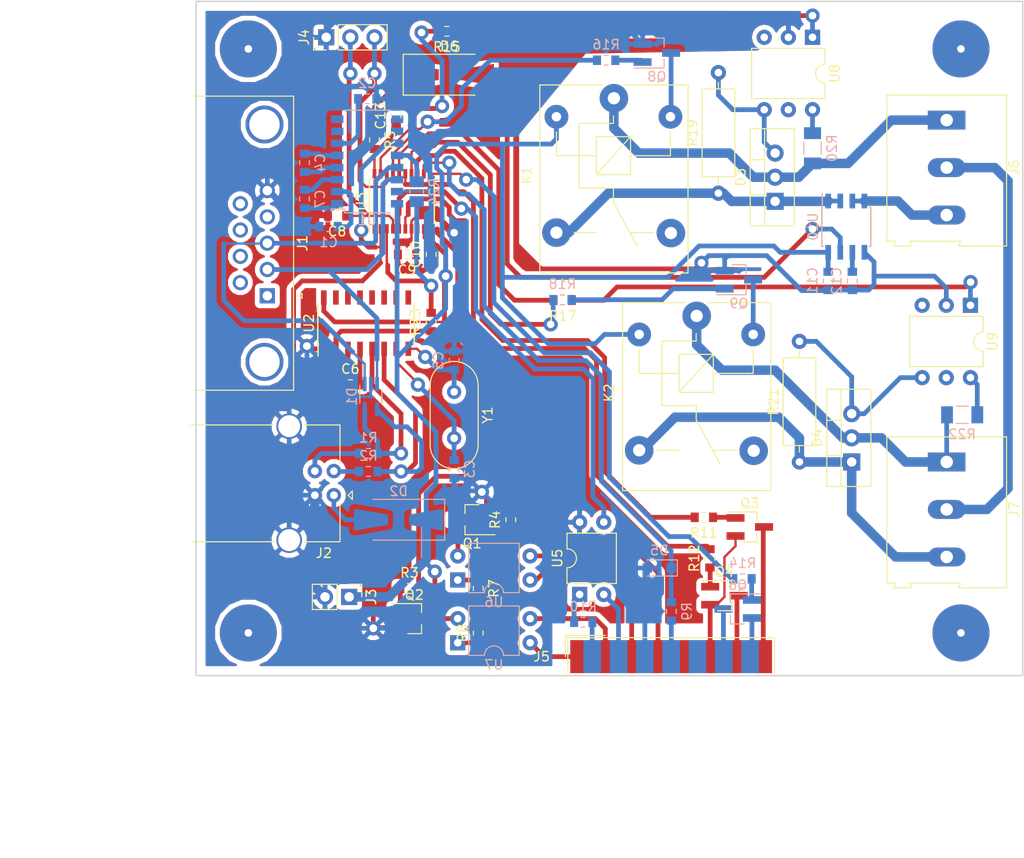
<source format=kicad_pcb>
(kicad_pcb (version 4) (host pcbnew 4.0.7)
  (layers (0 F.Cu signal) (31 B.Cu signal) (34 B.Paste user) (35 F.Paste user) (36 B.SilkS user) (37 F.SilkS user) (38 B.Mask user) (39 F.Mask user) (44 Edge.Cuts user))
  (net 0 "")
  (net 1 GND)
  (net 2 "Net-(C1-Pad2)")
  (net 3 "Net-(C2-Pad2)")
  (net 4 "Net-(C3-Pad2)")
  (net 5 "Net-(C4-Pad1)")
  (net 6 "Net-(C4-Pad2)")
  (net 7 "Net-(C5-Pad2)")
  (net 8 "Net-(C6-Pad2)")
  (net 9 "Net-(C7-Pad1)")
  (net 10 "Net-(C7-Pad2)")
  (net 11 /NRST)
  (net 12 "Net-(C9-Pad1)")
  (net 13 VCC)
  (net 14 "Net-(C12-Pad1)")
  (net 15 /TXD)
  (net 16 /RXD)
  (net 17 "Net-(D1-Pad4)")
  (net 18 "Net-(D1-Pad5)")
  (net 19 "Net-(D2-Pad2)")
  (net 20 "Net-(D3-Pad1)")
  (net 21 "Net-(D3-Pad2)")
  (net 22 "Net-(D3-Pad3)")
  (net 23 "Net-(D4-Pad1)")
  (net 24 "Net-(D4-Pad2)")
  (net 25 "Net-(D4-Pad3)")
  (net 26 "Net-(J2-Pad2)")
  (net 27 "Net-(J2-Pad3)")
  (net 28 /SWIM)
  (net 29 "Net-(J5-Pad1)")
  (net 30 "Net-(J5-Pad2)")
  (net 31 "Net-(J5-Pad3)")
  (net 32 "Net-(J5-Pad4)")
  (net 33 "Net-(J5-Pad6)")
  (net 34 "Net-(J5-Pad7)")
  (net 35 "Net-(J5-Pad8)")
  (net 36 "Net-(J5-Pad9)")
  (net 37 "Net-(J5-Pad10)")
  (net 38 "Net-(J5-Pad12)")
  (net 39 "Net-(J5-Pad14)")
  (net 40 "Net-(J5-Pad15)")
  (net 41 GNDREF)
  (net 42 "Net-(J6-Pad3)")
  (net 43 "Net-(Q1-Pad1)")
  (net 44 "Net-(Q1-Pad3)")
  (net 45 "Net-(Q2-Pad1)")
  (net 46 "Net-(Q2-Pad3)")
  (net 47 "Net-(Q3-Pad1)")
  (net 48 "Net-(Q4-Pad1)")
  (net 49 "Net-(Q6-Pad1)")
  (net 50 "Net-(Q8-Pad1)")
  (net 51 "Net-(Q9-Pad1)")
  (net 52 /Out0)
  (net 53 /Out1)
  (net 54 /Cur0)
  (net 55 "Net-(R7-Pad1)")
  (net 56 "Net-(R8-Pad1)")
  (net 57 "Net-(R10-Pad2)")
  (net 58 /NKEY2)
  (net 59 /NKEY1)
  (net 60 /PKEY1)
  (net 61 "Net-(R15-Pad1)")
  (net 62 /Triac0)
  (net 63 /Relay0)
  (net 64 "Net-(R17-Pad1)")
  (net 65 /Triac1)
  (net 66 /Relay1)
  (net 67 "Net-(R20-Pad2)")
  (net 68 "Net-(R22-Pad2)")
  (net 69 "Net-(R23-Pad1)")
  (net 70 /Rx)
  (net 71 "Net-(R24-Pad2)")
  (net 72 /Tx)
  (net 73 /~In0)
  (net 74 /~In1)
  (net 75 "Net-(C13-Pad1)")
  (net 76 "Net-(D6-Pad1)")
  (net 77 "Net-(K1-Pad5)")
  (net 78 "Net-(K2-Pad5)")
  (module my_footprints:VIA (layer F.Cu) (at 68.58 73.66)
    (fp_text reference REF** hide)
    (fp_text value VIA hide)
    (pad 1 thru_hole circle (at 0 0) (size 1.5 1.5) (drill 0.8) (layers *.Cu *.Mask) (net 1 GND))
  )
  (module my_footprints:VIA (layer F.Cu) (at 57.15 88.011)
    (fp_text reference REF** hide)
    (fp_text value VIA hide)
    (pad 1 thru_hole circle (at 0 0) (size 1.5 1.5) (drill 0.8) (layers *.Cu *.Mask) (net 1 GND))
  )
  (module Capacitor_SMD:C_0603_1608Metric_Pad0.84x1.00mm_HandSolder (layer B.Cu) (at 52.451 45.72)
    (fp_text reference C1 (at 0 1.65) (layer B.SilkS) (effects (justify mirror)))
    (fp_text value 0.1)
    (pad 1 smd rect (at -0.9625 0) (size 0.845 1) (layers B.Cu B.Paste B.Mask) (net 1 GND))
    (pad 2 smd rect (at 0.9625 0) (size 0.845 1) (layers B.Cu B.Paste B.Mask) (net 2 "Net-(C1-Pad2)"))
  )
  (module Package_SSOP:SOP-16_4.4x10.4mm_P1.27mm (layer B.Cu) (at 56.506 38.856)
    (fp_text reference U1 (at 0 6.2) (layer B.SilkS) (effects (justify mirror)))
    (fp_text value MAX3232)
    (pad 1 smd rect (at -3.15 4.45) (size 1.3 0.8) (layers B.Cu B.Paste B.Mask) (net 9 "Net-(C7-Pad1)"))
    (pad 2 smd rect (at -3.15 3.17) (size 1.3 0.8) (layers B.Cu B.Paste B.Mask) (net 2 "Net-(C1-Pad2)"))
    (pad 3 smd rect (at -3.15 1.91) (size 1.3 0.8) (layers B.Cu B.Paste B.Mask) (net 10 "Net-(C7-Pad2)"))
    (pad 4 smd rect (at -3.15 0.64) (size 1.3 0.8) (layers B.Cu B.Paste B.Mask) (net 5 "Net-(C4-Pad1)"))
    (pad 5 smd rect (at -3.15 -0.64) (size 1.3 0.8) (layers B.Cu B.Paste B.Mask) (net 6 "Net-(C4-Pad2)"))
    (pad 6 smd rect (at -3.15 -1.91) (size 1.3 0.8) (layers B.Cu B.Paste B.Mask) (net 3 "Net-(C2-Pad2)"))
    (pad 7 smd rect (at -3.15 -3.17) (size 1.3 0.8) (layers B.Cu B.Paste B.Mask))
    (pad 8 smd rect (at -3.15 -4.45) (size 1.3 0.8) (layers B.Cu B.Paste B.Mask))
    (pad 9 smd rect (at 3.15 -4.45) (size 1.3 0.8) (layers B.Cu B.Paste B.Mask))
    (pad 10 smd rect (at 3.15 -3.17) (size 1.3 0.8) (layers B.Cu B.Paste B.Mask))
    (pad 11 smd rect (at 3.15 -1.91) (size 1.3 0.8) (layers B.Cu B.Paste B.Mask) (net 72 /Tx))
    (pad 12 smd rect (at 3.15 -0.64) (size 1.3 0.8) (layers B.Cu B.Paste B.Mask) (net 71 "Net-(R24-Pad2)"))
    (pad 13 smd rect (at 3.15 0.64) (size 1.3 0.8) (layers B.Cu B.Paste B.Mask) (net 15 /TXD))
    (pad 14 smd rect (at 3.15 1.91) (size 1.3 0.8) (layers B.Cu B.Paste B.Mask) (net 16 /RXD))
    (pad 15 smd rect (at 3.15 3.17) (size 1.3 0.8) (layers B.Cu B.Paste B.Mask) (net 1 GND))
    (pad 16 smd rect (at 3.15 4.45) (size 1.3 0.8) (layers B.Cu B.Paste B.Mask) (net 13 VCC))
  )
  (module Capacitor_SMD:C_0603_1608Metric_Pad0.84x1.00mm_HandSolder (layer B.Cu) (at 56.515 32.258 180)
    (fp_text reference C2 (at 0 1.65 180) (layer B.SilkS) (effects (justify mirror)))
    (fp_text value 0.1)
    (pad 1 smd rect (at -0.9625 0 180) (size 0.845 1) (layers B.Cu B.Paste B.Mask) (net 1 GND))
    (pad 2 smd rect (at 0.9625 0 180) (size 0.845 1) (layers B.Cu B.Paste B.Mask) (net 3 "Net-(C2-Pad2)"))
  )
  (module Capacitor_SMD:C_0603_1608Metric_Pad0.84x1.00mm_HandSolder (layer B.Cu) (at 65.659 71.247 90)
    (fp_text reference C3 (at 0 1.65 90) (layer B.SilkS) (effects (justify mirror)))
    (fp_text value 22p)
    (pad 1 smd rect (at -0.9625 0 90) (size 0.845 1) (layers B.Cu B.Paste B.Mask) (net 1 GND))
    (pad 2 smd rect (at 0.9625 0 90) (size 0.845 1) (layers B.Cu B.Paste B.Mask) (net 4 "Net-(C3-Pad2)"))
  )
  (module Capacitor_SMD:C_0603_1608Metric_Pad0.84x1.00mm_HandSolder (layer B.Cu) (at 49.911 38.989 90)
    (fp_text reference C4 (at 0 1.65 90) (layer B.SilkS) (effects (justify mirror)))
    (fp_text value 0.1)
    (pad 1 smd rect (at -0.9625 0 90) (size 0.845 1) (layers B.Cu B.Paste B.Mask) (net 5 "Net-(C4-Pad1)"))
    (pad 2 smd rect (at 0.9625 0 90) (size 0.845 1) (layers B.Cu B.Paste B.Mask) (net 6 "Net-(C4-Pad2)"))
  )
  (module Capacitor_SMD:C_0603_1608Metric_Pad0.84x1.00mm_HandSolder (layer B.Cu) (at 65.659 59.817 270)
    (fp_text reference C5 (at 0 1.65 270) (layer B.SilkS) (effects (justify mirror)))
    (fp_text value 22p)
    (pad 1 smd rect (at -0.9625 0 270) (size 0.845 1) (layers B.Cu B.Paste B.Mask) (net 1 GND))
    (pad 2 smd rect (at 0.9625 0 270) (size 0.845 1) (layers B.Cu B.Paste B.Mask) (net 7 "Net-(C5-Pad2)"))
  )
  (module Capacitor_SMD:C_0603_1608Metric_Pad0.84x1.00mm_HandSolder (layer F.Cu) (at 54.737 62.357)
    (fp_text reference C6 (at 0 -1.65) (layer F.SilkS))
    (fp_text value 0.1)
    (pad 1 smd rect (at -0.9625 0) (size 0.845 1) (layers F.Cu F.Paste F.Mask) (net 1 GND))
    (pad 2 smd rect (at 0.9625 0) (size 0.845 1) (layers F.Cu F.Paste F.Mask) (net 8 "Net-(C6-Pad2)"))
  )
  (module Capacitor_SMD:C_0603_1608Metric_Pad0.84x1.00mm_HandSolder (layer B.Cu) (at 49.911 42.799 90)
    (fp_text reference C7 (at 0 1.65 90) (layer B.SilkS) (effects (justify mirror)))
    (fp_text value 0.1)
    (pad 1 smd rect (at -0.9625 0 90) (size 0.845 1) (layers B.Cu B.Paste B.Mask) (net 9 "Net-(C7-Pad1)"))
    (pad 2 smd rect (at 0.9625 0 90) (size 0.845 1) (layers B.Cu B.Paste B.Mask) (net 10 "Net-(C7-Pad2)"))
  )
  (module Capacitor_SMD:C_0603_1608Metric_Pad0.84x1.00mm_HandSolder (layer F.Cu) (at 53.34 44.577 180)
    (fp_text reference C8 (at 0 -1.65 180) (layer F.SilkS))
    (fp_text value 0.1)
    (pad 1 smd rect (at -0.9625 0 180) (size 0.845 1) (layers F.Cu F.Paste F.Mask) (net 11 /NRST))
    (pad 2 smd rect (at 0.9625 0 180) (size 0.845 1) (layers F.Cu F.Paste F.Mask) (net 1 GND))
  )
  (module Capacitor_SMD:C_0603_1608Metric_Pad0.84x1.00mm_HandSolder (layer F.Cu) (at 60.706 48.641 180)
    (fp_text reference C9 (at 0 -1.65 180) (layer F.SilkS))
    (fp_text value 0.1)
    (pad 1 smd rect (at -0.9625 0 180) (size 0.845 1) (layers F.Cu F.Paste F.Mask) (net 12 "Net-(C9-Pad1)"))
    (pad 2 smd rect (at 0.9625 0 180) (size 0.845 1) (layers F.Cu F.Paste F.Mask) (net 1 GND))
  )
  (module Capacitor_SMD:C_0603_1608Metric_Pad0.84x1.00mm_HandSolder (layer F.Cu) (at 63.246 48.641 90)
    (fp_text reference C10 (at 0 -1.65 90) (layer F.SilkS))
    (fp_text value 0.1)
    (pad 1 smd rect (at -0.9625 0 90) (size 0.845 1) (layers F.Cu F.Paste F.Mask) (net 1 GND))
    (pad 2 smd rect (at 0.9625 0 90) (size 0.845 1) (layers F.Cu F.Paste F.Mask) (net 13 VCC))
  )
  (module Capacitor_SMD:C_0603_1608Metric_Pad0.84x1.00mm_HandSolder (layer B.Cu) (at 105.029 51.435 270)
    (fp_text reference C11 (at 0 1.65 270) (layer B.SilkS) (effects (justify mirror)))
    (fp_text value 0.1)
    (pad 1 smd rect (at -0.9625 0 270) (size 0.845 1) (layers B.Cu B.Paste B.Mask) (net 13 VCC))
    (pad 2 smd rect (at 0.9625 0 270) (size 0.845 1) (layers B.Cu B.Paste B.Mask) (net 1 GND))
  )
  (module Package_TO_SOT_SMD:SOT-353_SC-70-5_Handsoldering (layer B.Cu) (at 56.896 63.627 270)
    (fp_text reference D1 (at 0 2 270) (layer B.SilkS) (effects (justify mirror)))
    (fp_text value SMF05)
    (pad 1 smd rect (at -1.33 0.65 270) (size 1.5 0.4) (layers B.Cu B.Paste B.Mask) (net 15 /TXD))
    (pad 2 smd rect (at -1.33 0 270) (size 1.5 0.4) (layers B.Cu B.Paste B.Mask) (net 1 GND))
    (pad 3 smd rect (at -1.33 -0.65 270) (size 1.5 0.4) (layers B.Cu B.Paste B.Mask) (net 16 /RXD))
    (pad 4 smd rect (at 1.33 -0.65 270) (size 1.5 0.4) (layers B.Cu B.Paste B.Mask) (net 17 "Net-(D1-Pad4)"))
    (pad 5 smd rect (at 1.33 0.65 270) (size 1.5 0.4) (layers B.Cu B.Paste B.Mask) (net 18 "Net-(D1-Pad5)"))
  )
  (module Diode_SMD:D_SMA-SMB_Universal_Handsoldering (layer B.Cu) (at 59.817 76.581 180)
    (fp_text reference D2 (at 0 3 180) (layer B.SilkS) (effects (justify mirror)))
    (fp_text value SS14)
    (pad 1 smd trapezoid (at -2.9 0 180) (size 3.6 1.7) (rect_delta 0.6 0) (layers B.Cu B.Paste B.Mask) (net 13 VCC))
    (pad 2 smd trapezoid (at 2.9 0) (size 3.6 1.7) (rect_delta 0.6 0) (layers B.Cu B.Paste B.Mask) (net 19 "Net-(D2-Pad2)"))
  )
  (module Package_TO_SOT_THT:TO-220-3_Vertical (layer F.Cu) (at 99.441 43.053 90)
    (fp_text reference D3 (at 2.54 -3.62 90) (layer F.SilkS))
    (fp_text value BT137-600E)
    (pad 1 thru_hole rect (at 0 0 90) (size 1.8 1.8) (drill 1) (layers *.Cu *.Mask) (net 20 "Net-(D3-Pad1)"))
    (pad 2 thru_hole oval (at 2.54 0 90) (size 1.8 1.8) (drill 1) (layers *.Cu *.Mask) (net 21 "Net-(D3-Pad2)"))
    (pad 3 thru_hole oval (at 5.08 0 90) (size 1.8 1.8) (drill 1) (layers *.Cu *.Mask) (net 22 "Net-(D3-Pad3)"))
  )
  (module Package_TO_SOT_THT:TO-220-3_Vertical (layer F.Cu) (at 107.5 70.5 90)
    (fp_text reference D4 (at 2.54 -3.62 90) (layer F.SilkS))
    (fp_text value BT137-600E)
    (pad 1 thru_hole rect (at 0 0 90) (size 1.8 1.8) (drill 1) (layers *.Cu *.Mask) (net 23 "Net-(D4-Pad1)"))
    (pad 2 thru_hole oval (at 2.54 0 90) (size 1.8 1.8) (drill 1) (layers *.Cu *.Mask) (net 24 "Net-(D4-Pad2)"))
    (pad 3 thru_hole oval (at 5.08 0 90) (size 1.8 1.8) (drill 1) (layers *.Cu *.Mask) (net 25 "Net-(D4-Pad3)"))
  )
  (module Connector_USB:USB_B_Horizontal (layer F.Cu) (at 53 74 180)
    (fp_text reference J2 (at 1.05 -6.1 180) (layer F.SilkS))
    (fp_text value USB_B)
    (pad 2 thru_hole circle (at 0 2.54 90) (size 1.52 1.52) (drill 0.81) (layers *.Cu *.Mask) (net 26 "Net-(J2-Pad2)"))
    (pad 1 thru_hole circle (at 0 0 90) (size 1.52 1.52) (drill 0.81) (layers *.Cu *.Mask) (net 19 "Net-(D2-Pad2)"))
    (pad 4 thru_hole circle (at 2 0 90) (size 1.52 1.52) (drill 0.81) (layers *.Cu *.Mask) (net 1 GND))
    (pad 3 thru_hole circle (at 2 2.54 90) (size 1.52 1.52) (drill 0.81) (layers *.Cu *.Mask) (net 27 "Net-(J2-Pad3)"))
    (pad 5 thru_hole circle (at 4.7 7.27 90) (size 2.7 2.7) (drill 2.3) (layers *.Cu *.Mask) (net 1 GND))
    (pad 5 thru_hole circle (at 4.7 -4.73 90) (size 2.7 2.7) (drill 2.3) (layers *.Cu *.Mask) (net 1 GND))
  )
  (module Connector_PinHeader_2.54mm:PinHeader_1x02_P2.54mm_Vertical (layer F.Cu) (at 54.61 84.709 270)
    (fp_text reference J3 (at 0 -2.33 270) (layer F.SilkS))
    (fp_text value 5Vext)
    (pad 1 thru_hole rect (at 0 0 270) (size 1.7 1.7) (drill 1) (layers *.Cu *.Mask) (net 13 VCC))
    (pad 2 thru_hole oval (at 0 2.54 270) (size 1.7 1.7) (drill 1) (layers *.Cu *.Mask) (net 1 GND))
  )
  (module Connector_PinHeader_2.54mm:PinHeader_1x03_P2.54mm_Vertical (layer F.Cu) (at 52.197 25.781 90)
    (fp_text reference J4 (at 0 -2.33 90) (layer F.SilkS))
    (fp_text value SWIM)
    (pad 1 thru_hole rect (at 0 0 90) (size 1.7 1.7) (drill 1) (layers *.Cu *.Mask) (net 1 GND))
    (pad 2 thru_hole oval (at 0 2.54 90) (size 1.7 1.7) (drill 1) (layers *.Cu *.Mask) (net 11 /NRST))
    (pad 3 thru_hole oval (at 0 5.08 90) (size 1.7 1.7) (drill 1) (layers *.Cu *.Mask) (net 28 /SWIM))
  )
  (module Connector_Dsub:DSUB-15_Male_EdgeMount_P2.77mm (layer F.Cu) (at 88.5 91)
    (fp_text reference J5 (at -13.618333 0) (layer F.SilkS))
    (fp_text value DB15_Male)
    (pad 1 smd rect (at -9.695 0) (size 1.846667 3.48) (layers F.Cu F.Paste F.Mask) (net 29 "Net-(J5-Pad1)"))
    (pad 2 smd rect (at -6.925 0) (size 1.846667 3.48) (layers F.Cu F.Paste F.Mask) (net 30 "Net-(J5-Pad2)"))
    (pad 3 smd rect (at -4.155 0) (size 1.846667 3.48) (layers F.Cu F.Paste F.Mask) (net 31 "Net-(J5-Pad3)"))
    (pad 4 smd rect (at -1.385 0) (size 1.846667 3.48) (layers F.Cu F.Paste F.Mask) (net 32 "Net-(J5-Pad4)"))
    (pad 5 smd rect (at 1.385 0) (size 1.846667 3.48) (layers F.Cu F.Paste F.Mask))
    (pad 6 smd rect (at 4.155 0) (size 1.846667 3.48) (layers F.Cu F.Paste F.Mask) (net 33 "Net-(J5-Pad6)"))
    (pad 7 smd rect (at 6.925 0) (size 1.846667 3.48) (layers F.Cu F.Paste F.Mask) (net 34 "Net-(J5-Pad7)"))
    (pad 8 smd rect (at 9.695 0) (size 1.846667 3.48) (layers F.Cu F.Paste F.Mask) (net 35 "Net-(J5-Pad8)"))
    (pad 9 smd rect (at -8.31 0) (size 1.846667 3.48) (layers B.Cu B.Paste B.Mask) (net 36 "Net-(J5-Pad9)"))
    (pad 10 smd rect (at -5.54 0) (size 1.846667 3.48) (layers B.Cu B.Paste B.Mask) (net 37 "Net-(J5-Pad10)"))
    (pad 11 smd rect (at -2.77 0) (size 1.846667 3.48) (layers B.Cu B.Paste B.Mask) (net 1 GND))
    (pad 12 smd rect (at 0 0) (size 1.846667 3.48) (layers B.Cu B.Paste B.Mask) (net 38 "Net-(J5-Pad12)"))
    (pad 13 smd rect (at 2.77 0) (size 1.846667 3.48) (layers B.Cu B.Paste B.Mask))
    (pad 14 smd rect (at 5.54 0) (size 1.846667 3.48) (layers B.Cu B.Paste B.Mask) (net 39 "Net-(J5-Pad14)"))
    (pad 15 smd rect (at 8.31 0) (size 1.846667 3.48) (layers B.Cu B.Paste B.Mask) (net 40 "Net-(J5-Pad15)"))
  )
  (module TerminalBlock:TerminalBlock_Altech_AK300-3_P5.00mm (layer F.Cu) (at 117.5 34.5 270)
    (fp_text reference J6 (at 5 -7.1 270) (layer F.SilkS))
    (fp_text value Power)
    (pad 1 thru_hole rect (at 0 0 270) (size 1.98 3.96) (drill 1.32) (layers *.Cu *.Mask) (net 21 "Net-(D3-Pad2)"))
    (pad 2 thru_hole oval (at 5 0 270) (size 1.98 3.96) (drill 1.32) (layers *.Cu *.Mask) (net 41 GNDREF))
    (pad 3 thru_hole oval (at 10 0 270) (size 1.98 3.96) (drill 1.32) (layers *.Cu *.Mask) (net 42 "Net-(J6-Pad3)"))
  )
  (module TerminalBlock:TerminalBlock_Altech_AK300-3_P5.00mm (layer F.Cu) (at 117.5 70.5 270)
    (fp_text reference J7 (at 5 -7.1 270) (layer F.SilkS))
    (fp_text value Power)
    (pad 1 thru_hole rect (at 0 0 270) (size 1.98 3.96) (drill 1.32) (layers *.Cu *.Mask) (net 24 "Net-(D4-Pad2)"))
    (pad 2 thru_hole oval (at 5 0 270) (size 1.98 3.96) (drill 1.32) (layers *.Cu *.Mask) (net 41 GNDREF))
    (pad 3 thru_hole oval (at 10 0 270) (size 1.98 3.96) (drill 1.32) (layers *.Cu *.Mask) (net 23 "Net-(D4-Pad1)"))
  )
  (module Relay_THT:Relay_SPDT_SANYOU_SRD_Series_Form_C (layer F.Cu) (at 82.475 32.195 270)
    (fp_text reference K1 (at 8.1 9.2 270) (layer F.SilkS))
    (fp_text value SRD-05VDC)
    (pad 2 thru_hole circle (at 1.95 6.05) (size 2.5 2.5) (drill 1) (layers *.Cu *.Mask) (net 13 VCC))
    (pad 3 thru_hole circle (at 14.15 6.05) (size 3 3) (drill 1.3) (layers *.Cu *.Mask) (net 20 "Net-(D3-Pad1)"))
    (pad 4 thru_hole circle (at 14.2 -6) (size 3 3) (drill 1.3) (layers *.Cu *.Mask))
    (pad 5 thru_hole circle (at 1.95 -5.95) (size 2.5 2.5) (drill 1) (layers *.Cu *.Mask) (net 77 "Net-(K1-Pad5)"))
    (pad 1 thru_hole circle (at 0 0) (size 3 3) (drill 1.3) (layers *.Cu *.Mask) (net 21 "Net-(D3-Pad2)"))
  )
  (module Relay_THT:Relay_SPDT_SANYOU_SRD_Series_Form_C (layer F.Cu) (at 91.186 55.118 270)
    (fp_text reference K2 (at 8.1 9.2 270) (layer F.SilkS))
    (fp_text value SRD-05VDC)
    (pad 2 thru_hole circle (at 1.95 6.05) (size 2.5 2.5) (drill 1) (layers *.Cu *.Mask) (net 13 VCC))
    (pad 3 thru_hole circle (at 14.15 6.05) (size 3 3) (drill 1.3) (layers *.Cu *.Mask) (net 23 "Net-(D4-Pad1)"))
    (pad 4 thru_hole circle (at 14.2 -6) (size 3 3) (drill 1.3) (layers *.Cu *.Mask))
    (pad 5 thru_hole circle (at 1.95 -5.95) (size 2.5 2.5) (drill 1) (layers *.Cu *.Mask) (net 78 "Net-(K2-Pad5)"))
    (pad 1 thru_hole circle (at 0 0) (size 3 3) (drill 1.3) (layers *.Cu *.Mask) (net 24 "Net-(D4-Pad2)"))
  )
  (module Package_TO_SOT_SMD:SOT-23_Handsoldering (layer F.Cu) (at 67.564 76.581 180)
    (fp_text reference Q1 (at 0 -2.5 180) (layer F.SilkS))
    (fp_text value 2N7002)
    (pad 1 smd rect (at -1.5 -0.95 180) (size 1.9 0.8) (layers F.Cu F.Paste F.Mask) (net 43 "Net-(Q1-Pad1)"))
    (pad 2 smd rect (at -1.5 0.95 180) (size 1.9 0.8) (layers F.Cu F.Paste F.Mask) (net 1 GND))
    (pad 3 smd rect (at 1.5 0 180) (size 1.9 0.8) (layers F.Cu F.Paste F.Mask) (net 44 "Net-(Q1-Pad3)"))
  )
  (module Package_TO_SOT_SMD:SOT-23_Handsoldering (layer F.Cu) (at 61.468 86.995)
    (fp_text reference Q2 (at 0 -2.5) (layer F.SilkS))
    (fp_text value 2N7002)
    (pad 1 smd rect (at -1.5 -0.95) (size 1.9 0.8) (layers F.Cu F.Paste F.Mask) (net 45 "Net-(Q2-Pad1)"))
    (pad 2 smd rect (at -1.5 0.95) (size 1.9 0.8) (layers F.Cu F.Paste F.Mask) (net 1 GND))
    (pad 3 smd rect (at 1.5 0) (size 1.9 0.8) (layers F.Cu F.Paste F.Mask) (net 46 "Net-(Q2-Pad3)"))
  )
  (module Package_TO_SOT_SMD:SOT-23_Handsoldering (layer F.Cu) (at 96.774 77.343)
    (fp_text reference Q3 (at 0 -2.5) (layer F.SilkS))
    (fp_text value SI2300)
    (pad 1 smd rect (at -1.5 -0.95) (size 1.9 0.8) (layers F.Cu F.Paste F.Mask) (net 47 "Net-(Q3-Pad1)"))
    (pad 2 smd rect (at -1.5 0.95) (size 1.9 0.8) (layers F.Cu F.Paste F.Mask) (net 33 "Net-(J5-Pad6)"))
    (pad 3 smd rect (at 1.5 0) (size 1.9 0.8) (layers F.Cu F.Paste F.Mask) (net 35 "Net-(J5-Pad8)"))
  )
  (module Package_TO_SOT_SMD:SOT-23_Handsoldering (layer F.Cu) (at 94.107 84.582)
    (fp_text reference Q4 (at 0 -2.5) (layer F.SilkS))
    (fp_text value SI2300)
    (pad 1 smd rect (at -1.5 -0.95) (size 1.9 0.8) (layers F.Cu F.Paste F.Mask) (net 48 "Net-(Q4-Pad1)"))
    (pad 2 smd rect (at -1.5 0.95) (size 1.9 0.8) (layers F.Cu F.Paste F.Mask) (net 33 "Net-(J5-Pad6)"))
    (pad 3 smd rect (at 1.5 0) (size 1.9 0.8) (layers F.Cu F.Paste F.Mask) (net 34 "Net-(J5-Pad7)"))
  )
  (module Package_TO_SOT_SMD:SOT-23_Handsoldering (layer B.Cu) (at 95.504 85.979 180)
    (fp_text reference Q6 (at 0 2.5 180) (layer B.SilkS) (effects (justify mirror)))
    (fp_text value AO3407)
    (pad 1 smd rect (at -1.5 0.95 180) (size 1.9 0.8) (layers B.Cu B.Paste B.Mask) (net 49 "Net-(Q6-Pad1)"))
    (pad 2 smd rect (at -1.5 -0.95 180) (size 1.9 0.8) (layers B.Cu B.Paste B.Mask) (net 40 "Net-(J5-Pad15)"))
    (pad 3 smd rect (at 1.5 0 180) (size 1.9 0.8) (layers B.Cu B.Paste B.Mask) (net 39 "Net-(J5-Pad14)"))
  )
  (module Package_TO_SOT_SMD:SOT-23_Handsoldering (layer B.Cu) (at 86.995 27.432)
    (fp_text reference Q8 (at 0 2.5) (layer B.SilkS) (effects (justify mirror)))
    (fp_text value 2N7002)
    (pad 1 smd rect (at -1.5 0.95) (size 1.9 0.8) (layers B.Cu B.Paste B.Mask) (net 50 "Net-(Q8-Pad1)"))
    (pad 2 smd rect (at -1.5 -0.95) (size 1.9 0.8) (layers B.Cu B.Paste B.Mask) (net 1 GND))
    (pad 3 smd rect (at 1.5 0) (size 1.9 0.8) (layers B.Cu B.Paste B.Mask) (net 77 "Net-(K1-Pad5)"))
  )
  (module Package_TO_SOT_SMD:SOT-23_Handsoldering (layer B.Cu) (at 95.631 51.308)
    (fp_text reference Q9 (at 0 2.5) (layer B.SilkS) (effects (justify mirror)))
    (fp_text value 2N7002)
    (pad 1 smd rect (at -1.5 0.95) (size 1.9 0.8) (layers B.Cu B.Paste B.Mask) (net 51 "Net-(Q9-Pad1)"))
    (pad 2 smd rect (at -1.5 -0.95) (size 1.9 0.8) (layers B.Cu B.Paste B.Mask) (net 1 GND))
    (pad 3 smd rect (at 1.5 0) (size 1.9 0.8) (layers B.Cu B.Paste B.Mask) (net 78 "Net-(K2-Pad5)"))
  )
  (module Resistor_SMD:R_0603_1608Metric_Pad0.84x1.00mm_HandSolder (layer B.Cu) (at 56.642 69.596 180)
    (fp_text reference R1 (at 0 1.65 180) (layer B.SilkS) (effects (justify mirror)))
    (fp_text value 22)
    (pad 1 smd rect (at -0.9625 0 180) (size 0.845 1) (layers B.Cu B.Paste B.Mask) (net 18 "Net-(D1-Pad5)"))
    (pad 2 smd rect (at 0.9625 0 180) (size 0.845 1) (layers B.Cu B.Paste B.Mask) (net 27 "Net-(J2-Pad3)"))
  )
  (module Resistor_SMD:R_0603_1608Metric_Pad0.84x1.00mm_HandSolder (layer B.Cu) (at 56.642 71.501 180)
    (fp_text reference R2 (at 0 1.65 180) (layer B.SilkS) (effects (justify mirror)))
    (fp_text value 22)
    (pad 1 smd rect (at -0.9625 0 180) (size 0.845 1) (layers B.Cu B.Paste B.Mask) (net 17 "Net-(D1-Pad4)"))
    (pad 2 smd rect (at 0.9625 0 180) (size 0.845 1) (layers B.Cu B.Paste B.Mask) (net 26 "Net-(J2-Pad2)"))
  )
  (module Resistor_SMD:R_0603_1608Metric_Pad0.84x1.00mm_HandSolder (layer F.Cu) (at 60.96 83.82)
    (fp_text reference R3 (at 0 -1.65) (layer F.SilkS))
    (fp_text value 330)
    (pad 1 smd rect (at -0.9625 0) (size 0.845 1) (layers F.Cu F.Paste F.Mask) (net 45 "Net-(Q2-Pad1)"))
    (pad 2 smd rect (at 0.9625 0) (size 0.845 1) (layers F.Cu F.Paste F.Mask) (net 52 /Out0))
  )
  (module Resistor_SMD:R_0603_1608Metric_Pad0.84x1.00mm_HandSolder (layer F.Cu) (at 71.628 76.581 90)
    (fp_text reference R4 (at 0 -1.65 90) (layer F.SilkS))
    (fp_text value 330)
    (pad 1 smd rect (at -0.9625 0 90) (size 0.845 1) (layers F.Cu F.Paste F.Mask) (net 43 "Net-(Q1-Pad1)"))
    (pad 2 smd rect (at 0.9625 0 90) (size 0.845 1) (layers F.Cu F.Paste F.Mask) (net 53 /Out1))
  )
  (module Resistor_SMD:R_0603_1608Metric_Pad0.84x1.00mm_HandSolder (layer F.Cu) (at 57.277 36.576 270)
    (fp_text reference R5 (at 0 -1.65 270) (layer F.SilkS))
    (fp_text value 4k7)
    (pad 1 smd rect (at -0.9625 0 270) (size 0.845 1) (layers F.Cu F.Paste F.Mask) (net 76 "Net-(D6-Pad1)"))
    (pad 2 smd rect (at 0.9625 0 270) (size 0.845 1) (layers F.Cu F.Paste F.Mask) (net 75 "Net-(C13-Pad1)"))
  )
  (module Resistor_SMD:R_0603_1608Metric_Pad0.84x1.00mm_HandSolder (layer F.Cu) (at 68.199 83.82 270)
    (fp_text reference R7 (at 0 -1.65 270) (layer F.SilkS))
    (fp_text value 150)
    (pad 1 smd rect (at -0.9625 0 270) (size 0.845 1) (layers F.Cu F.Paste F.Mask) (net 55 "Net-(R7-Pad1)"))
    (pad 2 smd rect (at 0.9625 0 270) (size 0.845 1) (layers F.Cu F.Paste F.Mask) (net 13 VCC))
  )
  (module Resistor_SMD:R_0603_1608Metric_Pad0.84x1.00mm_HandSolder (layer F.Cu) (at 68.199 88.519 90)
    (fp_text reference R8 (at 0 -1.65 90) (layer F.SilkS))
    (fp_text value 150)
    (pad 1 smd rect (at -0.9625 0 90) (size 0.845 1) (layers F.Cu F.Paste F.Mask) (net 56 "Net-(R8-Pad1)"))
    (pad 2 smd rect (at 0.9625 0 90) (size 0.845 1) (layers F.Cu F.Paste F.Mask) (net 13 VCC))
  )
  (module Resistor_SMD:R_0603_1608Metric_Pad0.84x1.00mm_HandSolder (layer B.Cu) (at 88.519 86.233 90)
    (fp_text reference R9 (at 0 1.65 90) (layer B.SilkS) (effects (justify mirror)))
    (fp_text value 150)
    (pad 1 smd rect (at -0.9625 0 90) (size 0.845 1) (layers B.Cu B.Paste B.Mask) (net 38 "Net-(J5-Pad12)"))
    (pad 2 smd rect (at 0.9625 0 90) (size 0.845 1) (layers B.Cu B.Paste B.Mask) (net 73 /~In0))
  )
  (module Resistor_SMD:R_0603_1608Metric_Pad0.84x1.00mm_HandSolder (layer B.Cu) (at 79.248 87.376 180)
    (fp_text reference R10 (at 0 1.65 180) (layer B.SilkS) (effects (justify mirror)))
    (fp_text value 150)
    (pad 1 smd rect (at -0.9625 0 180) (size 0.845 1) (layers B.Cu B.Paste B.Mask) (net 36 "Net-(J5-Pad9)"))
    (pad 2 smd rect (at 0.9625 0 180) (size 0.845 1) (layers B.Cu B.Paste B.Mask) (net 57 "Net-(R10-Pad2)"))
  )
  (module Resistor_SMD:R_0603_1608Metric_Pad0.84x1.00mm_HandSolder (layer F.Cu) (at 91.948 76.327 180)
    (fp_text reference R11 (at 0 -1.65 180) (layer F.SilkS))
    (fp_text value 330)
    (pad 1 smd rect (at -0.9625 0 180) (size 0.845 1) (layers F.Cu F.Paste F.Mask) (net 47 "Net-(Q3-Pad1)"))
    (pad 2 smd rect (at 0.9625 0 180) (size 0.845 1) (layers F.Cu F.Paste F.Mask) (net 58 /NKEY2))
  )
  (module Resistor_SMD:R_0603_1608Metric_Pad0.84x1.00mm_HandSolder (layer F.Cu) (at 92.583 80.645 90)
    (fp_text reference R12 (at 0 -1.65 90) (layer F.SilkS))
    (fp_text value 330)
    (pad 1 smd rect (at -0.9625 0 90) (size 0.845 1) (layers F.Cu F.Paste F.Mask) (net 48 "Net-(Q4-Pad1)"))
    (pad 2 smd rect (at 0.9625 0 90) (size 0.845 1) (layers F.Cu F.Paste F.Mask) (net 59 /NKEY1))
  )
  (module Resistor_SMD:R_0603_1608Metric_Pad0.84x1.00mm_HandSolder (layer B.Cu) (at 96.012 82.804 180)
    (fp_text reference R14 (at 0 1.65 180) (layer B.SilkS) (effects (justify mirror)))
    (fp_text value 330)
    (pad 1 smd rect (at -0.9625 0 180) (size 0.845 1) (layers B.Cu B.Paste B.Mask) (net 49 "Net-(Q6-Pad1)"))
    (pad 2 smd rect (at 0.9625 0 180) (size 0.845 1) (layers B.Cu B.Paste B.Mask) (net 60 /PKEY1))
  )
  (module Resistor_SMD:R_0603_1608Metric_Pad0.84x1.00mm_HandSolder (layer F.Cu) (at 64.897 25.146 180)
    (fp_text reference R15 (at 0 -1.65 180) (layer F.SilkS))
    (fp_text value 150)
    (pad 1 smd rect (at -0.9625 0 180) (size 0.845 1) (layers F.Cu F.Paste F.Mask) (net 61 "Net-(R15-Pad1)"))
    (pad 2 smd rect (at 0.9625 0 180) (size 0.845 1) (layers F.Cu F.Paste F.Mask) (net 62 /Triac0))
  )
  (module Resistor_SMD:R_0603_1608Metric_Pad0.84x1.00mm_HandSolder (layer B.Cu) (at 81.661 28.194 180)
    (fp_text reference R16 (at 0 1.65 180) (layer B.SilkS) (effects (justify mirror)))
    (fp_text value 330)
    (pad 1 smd rect (at -0.9625 0 180) (size 0.845 1) (layers B.Cu B.Paste B.Mask) (net 50 "Net-(Q8-Pad1)"))
    (pad 2 smd rect (at 0.9625 0 180) (size 0.845 1) (layers B.Cu B.Paste B.Mask) (net 63 /Relay0))
  )
  (module Resistor_SMD:R_0603_1608Metric_Pad0.84x1.00mm_HandSolder (layer F.Cu) (at 77.089 53.467 180)
    (fp_text reference R17 (at 0 -1.65 180) (layer F.SilkS))
    (fp_text value 150)
    (pad 1 smd rect (at -0.9625 0 180) (size 0.845 1) (layers F.Cu F.Paste F.Mask) (net 64 "Net-(R17-Pad1)"))
    (pad 2 smd rect (at 0.9625 0 180) (size 0.845 1) (layers F.Cu F.Paste F.Mask) (net 65 /Triac1))
  )
  (module Resistor_SMD:R_0603_1608Metric_Pad0.84x1.00mm_HandSolder (layer B.Cu) (at 77.052 53.415 180)
    (fp_text reference R18 (at 0 1.65 180) (layer B.SilkS) (effects (justify mirror)))
    (fp_text value 330)
    (pad 1 smd rect (at -0.9625 0 180) (size 0.845 1) (layers B.Cu B.Paste B.Mask) (net 51 "Net-(Q9-Pad1)"))
    (pad 2 smd rect (at 0.9625 0 180) (size 0.845 1) (layers B.Cu B.Paste B.Mask) (net 66 /Relay1))
  )
  (module Resistor_SMD:R_1206_3216Metric_Pad1.24x1.80mm_HandSolder (layer B.Cu) (at 103.378 37.465 90)
    (fp_text reference R20 (at 0 2.05 90) (layer B.SilkS) (effects (justify mirror)))
    (fp_text value 330)
    (pad 1 smd rect (at -1.5925 0 90) (size 1.245 1.8) (layers B.Cu B.Paste B.Mask) (net 21 "Net-(D3-Pad2)"))
    (pad 2 smd rect (at 1.5925 0 90) (size 1.245 1.8) (layers B.Cu B.Paste B.Mask) (net 67 "Net-(R20-Pad2)"))
  )
  (module Resistor_SMD:R_1206_3216Metric_Pad1.24x1.80mm_HandSolder (layer B.Cu) (at 119.126 65.532)
    (fp_text reference R22 (at 0 2.05) (layer B.SilkS) (effects (justify mirror)))
    (fp_text value 330)
    (pad 1 smd rect (at -1.5925 0) (size 1.245 1.8) (layers B.Cu B.Paste B.Mask) (net 24 "Net-(D4-Pad2)"))
    (pad 2 smd rect (at 1.5925 0) (size 1.245 1.8) (layers B.Cu B.Paste B.Mask) (net 68 "Net-(R22-Pad2)"))
  )
  (module Resistor_SMD:R_0603_1608Metric_Pad0.84x1.00mm_HandSolder (layer F.Cu) (at 63.246 55.753 90)
    (fp_text reference R23 (at 0 -1.65 90) (layer F.SilkS))
    (fp_text value 510)
    (pad 1 smd rect (at -0.9625 0 90) (size 0.845 1) (layers F.Cu F.Paste F.Mask) (net 69 "Net-(R23-Pad1)"))
    (pad 2 smd rect (at 0.9625 0 90) (size 0.845 1) (layers F.Cu F.Paste F.Mask) (net 70 /Rx))
  )
  (module Package_SOIC:SOIC-16_3.9x9.9mm_P1.27mm (layer F.Cu) (at 56.388 55.88 90)
    (fp_text reference U2 (at 0 -6 90) (layer F.SilkS))
    (fp_text value CH340G)
    (pad 1 smd rect (at -2.7 -4.445 90) (size 1.5 0.6) (layers F.Cu F.Paste F.Mask) (net 1 GND))
    (pad 2 smd rect (at -2.7 -3.175 90) (size 1.5 0.6) (layers F.Cu F.Paste F.Mask) (net 69 "Net-(R23-Pad1)"))
    (pad 3 smd rect (at -2.7 -1.905 90) (size 1.5 0.6) (layers F.Cu F.Paste F.Mask) (net 72 /Tx))
    (pad 4 smd rect (at -2.7 -0.635 90) (size 1.5 0.6) (layers F.Cu F.Paste F.Mask) (net 8 "Net-(C6-Pad2)"))
    (pad 5 smd rect (at -2.7 0.635 90) (size 1.5 0.6) (layers F.Cu F.Paste F.Mask) (net 18 "Net-(D1-Pad5)"))
    (pad 6 smd rect (at -2.7 1.905 90) (size 1.5 0.6) (layers F.Cu F.Paste F.Mask) (net 17 "Net-(D1-Pad4)"))
    (pad 7 smd rect (at -2.7 3.175 90) (size 1.5 0.6) (layers F.Cu F.Paste F.Mask) (net 4 "Net-(C3-Pad2)"))
    (pad 8 smd rect (at -2.7 4.445 90) (size 1.5 0.6) (layers F.Cu F.Paste F.Mask) (net 7 "Net-(C5-Pad2)"))
    (pad 9 smd rect (at 2.7 4.445 90) (size 1.5 0.6) (layers F.Cu F.Paste F.Mask))
    (pad 10 smd rect (at 2.7 3.175 90) (size 1.5 0.6) (layers F.Cu F.Paste F.Mask))
    (pad 11 smd rect (at 2.7 1.905 90) (size 1.5 0.6) (layers F.Cu F.Paste F.Mask))
    (pad 12 smd rect (at 2.7 0.635 90) (size 1.5 0.6) (layers F.Cu F.Paste F.Mask))
    (pad 13 smd rect (at 2.7 -0.635 90) (size 1.5 0.6) (layers F.Cu F.Paste F.Mask))
    (pad 14 smd rect (at 2.7 -1.905 90) (size 1.5 0.6) (layers F.Cu F.Paste F.Mask))
    (pad 15 smd rect (at 2.7 -3.175 90) (size 1.5 0.6) (layers F.Cu F.Paste F.Mask))
    (pad 16 smd rect (at 2.7 -4.445 90) (size 1.5 0.6) (layers F.Cu F.Paste F.Mask) (net 13 VCC))
  )
  (module Package_SSOP:SSOP-20_4.4x6.5mm_P0.65mm (layer F.Cu) (at 60.198 43.053 90)
    (fp_text reference U3 (at 0 -4.3 90) (layer F.SilkS))
    (fp_text value STM8S003F3P)
    (pad 1 smd rect (at -2.9 -2.925 90) (size 1 0.4) (layers F.Cu F.Paste F.Mask))
    (pad 2 smd rect (at -2.9 -2.275 90) (size 1 0.4) (layers F.Cu F.Paste F.Mask) (net 72 /Tx))
    (pad 3 smd rect (at -2.9 -1.625 90) (size 1 0.4) (layers F.Cu F.Paste F.Mask) (net 70 /Rx))
    (pad 4 smd rect (at -2.9 -0.975 90) (size 1 0.4) (layers F.Cu F.Paste F.Mask) (net 11 /NRST))
    (pad 5 smd rect (at -2.9 -0.325 90) (size 1 0.4) (layers F.Cu F.Paste F.Mask) (net 74 /~In1))
    (pad 6 smd rect (at -2.9 0.325 90) (size 1 0.4) (layers F.Cu F.Paste F.Mask) (net 53 /Out1))
    (pad 7 smd rect (at -2.9 0.975 90) (size 1 0.4) (layers F.Cu F.Paste F.Mask) (net 1 GND))
    (pad 8 smd rect (at -2.9 1.625 90) (size 1 0.4) (layers F.Cu F.Paste F.Mask) (net 12 "Net-(C9-Pad1)"))
    (pad 9 smd rect (at -2.9 2.275 90) (size 1 0.4) (layers F.Cu F.Paste F.Mask) (net 13 VCC))
    (pad 10 smd rect (at -2.9 2.925 90) (size 1 0.4) (layers F.Cu F.Paste F.Mask) (net 52 /Out0))
    (pad 11 smd rect (at 2.9 2.925 90) (size 1 0.4) (layers F.Cu F.Paste F.Mask) (net 60 /PKEY1))
    (pad 12 smd rect (at 2.9 2.275 90) (size 1 0.4) (layers F.Cu F.Paste F.Mask) (net 73 /~In0))
    (pad 13 smd rect (at 2.9 1.625 90) (size 1 0.4) (layers F.Cu F.Paste F.Mask) (net 58 /NKEY2))
    (pad 14 smd rect (at 2.9 0.975 90) (size 1 0.4) (layers F.Cu F.Paste F.Mask) (net 66 /Relay1))
    (pad 15 smd rect (at 2.9 0.325 90) (size 1 0.4) (layers F.Cu F.Paste F.Mask) (net 59 /NKEY1))
    (pad 16 smd rect (at 2.9 -0.325 90) (size 1 0.4) (layers F.Cu F.Paste F.Mask) (net 65 /Triac1))
    (pad 17 smd rect (at 2.9 -0.975 90) (size 1 0.4) (layers F.Cu F.Paste F.Mask) (net 63 /Relay0))
    (pad 18 smd rect (at 2.9 -1.625 90) (size 1 0.4) (layers F.Cu F.Paste F.Mask) (net 28 /SWIM))
    (pad 19 smd rect (at 2.9 -2.275 90) (size 1 0.4) (layers F.Cu F.Paste F.Mask) (net 62 /Triac0))
    (pad 20 smd rect (at 2.9 -2.925 90) (size 1 0.4) (layers F.Cu F.Paste F.Mask) (net 75 "Net-(C13-Pad1)"))
  )
  (module Package_DIP:DIP-4_W7.62mm (layer F.Cu) (at 78.867 84.455 90)
    (fp_text reference U5 (at 3.81 -2.33 90) (layer F.SilkS))
    (fp_text value PC817)
    (pad 1 thru_hole rect (at 0 0 90) (size 1.6 1.6) (drill 0.8) (layers *.Cu *.Mask) (net 57 "Net-(R10-Pad2)"))
    (pad 3 thru_hole oval (at 7.62 2.54 90) (size 1.6 1.6) (drill 0.8) (layers *.Cu *.Mask) (net 74 /~In1))
    (pad 2 thru_hole oval (at 0 2.54 90) (size 1.6 1.6) (drill 0.8) (layers *.Cu *.Mask) (net 37 "Net-(J5-Pad10)"))
    (pad 4 thru_hole oval (at 7.62 0 90) (size 1.6 1.6) (drill 0.8) (layers *.Cu *.Mask) (net 1 GND))
  )
  (module Package_DIP:DIP-4_W7.62mm (layer B.Cu) (at 66.04 82.931)
    (fp_text reference U6 (at 3.81 2.33) (layer B.SilkS) (effects (justify mirror)))
    (fp_text value PC817)
    (pad 1 thru_hole rect (at 0 0) (size 1.6 1.6) (drill 0.8) (layers *.Cu *.Mask) (net 55 "Net-(R7-Pad1)"))
    (pad 3 thru_hole oval (at 7.62 -2.54) (size 1.6 1.6) (drill 0.8) (layers *.Cu *.Mask) (net 32 "Net-(J5-Pad4)"))
    (pad 2 thru_hole oval (at 0 -2.54) (size 1.6 1.6) (drill 0.8) (layers *.Cu *.Mask) (net 44 "Net-(Q1-Pad3)"))
    (pad 4 thru_hole oval (at 7.62 0) (size 1.6 1.6) (drill 0.8) (layers *.Cu *.Mask) (net 31 "Net-(J5-Pad3)"))
  )
  (module Package_DIP:DIP-4_W7.62mm (layer B.Cu) (at 66.04 89.535)
    (fp_text reference U7 (at 3.81 2.33) (layer B.SilkS) (effects (justify mirror)))
    (fp_text value PC817)
    (pad 1 thru_hole rect (at 0 0) (size 1.6 1.6) (drill 0.8) (layers *.Cu *.Mask) (net 56 "Net-(R8-Pad1)"))
    (pad 3 thru_hole oval (at 7.62 -2.54) (size 1.6 1.6) (drill 0.8) (layers *.Cu *.Mask) (net 30 "Net-(J5-Pad2)"))
    (pad 2 thru_hole oval (at 0 -2.54) (size 1.6 1.6) (drill 0.8) (layers *.Cu *.Mask) (net 46 "Net-(Q2-Pad3)"))
    (pad 4 thru_hole oval (at 7.62 0) (size 1.6 1.6) (drill 0.8) (layers *.Cu *.Mask) (net 29 "Net-(J5-Pad1)"))
  )
  (module Package_DIP:DIP-6_W7.62mm (layer F.Cu) (at 103.378 25.781 270)
    (fp_text reference U8 (at 3.81 -2.33 270) (layer F.SilkS))
    (fp_text value MOC3063M)
    (pad 1 thru_hole rect (at 0 0 270) (size 1.6 1.6) (drill 0.8) (layers *.Cu *.Mask) (net 61 "Net-(R15-Pad1)"))
    (pad 4 thru_hole oval (at 7.62 5.08 270) (size 1.6 1.6) (drill 0.8) (layers *.Cu *.Mask) (net 22 "Net-(D3-Pad3)"))
    (pad 2 thru_hole oval (at 0 2.54 270) (size 1.6 1.6) (drill 0.8) (layers *.Cu *.Mask) (net 1 GND))
    (pad 5 thru_hole oval (at 7.62 2.54 270) (size 1.6 1.6) (drill 0.8) (layers *.Cu *.Mask))
    (pad 3 thru_hole oval (at 0 5.08 270) (size 1.6 1.6) (drill 0.8) (layers *.Cu *.Mask))
    (pad 6 thru_hole oval (at 7.62 0 270) (size 1.6 1.6) (drill 0.8) (layers *.Cu *.Mask) (net 67 "Net-(R20-Pad2)"))
  )
  (module Package_DIP:DIP-6_W7.62mm (layer F.Cu) (at 120 54 270)
    (fp_text reference U9 (at 3.81 -2.33 270) (layer F.SilkS))
    (fp_text value MOC3063M)
    (pad 1 thru_hole rect (at 0 0 270) (size 1.6 1.6) (drill 0.8) (layers *.Cu *.Mask) (net 64 "Net-(R17-Pad1)"))
    (pad 4 thru_hole oval (at 7.62 5.08 270) (size 1.6 1.6) (drill 0.8) (layers *.Cu *.Mask) (net 25 "Net-(D4-Pad3)"))
    (pad 2 thru_hole oval (at 0 2.54 270) (size 1.6 1.6) (drill 0.8) (layers *.Cu *.Mask) (net 1 GND))
    (pad 5 thru_hole oval (at 7.62 2.54 270) (size 1.6 1.6) (drill 0.8) (layers *.Cu *.Mask))
    (pad 3 thru_hole oval (at 0 5.08 270) (size 1.6 1.6) (drill 0.8) (layers *.Cu *.Mask))
    (pad 6 thru_hole oval (at 7.62 0 270) (size 1.6 1.6) (drill 0.8) (layers *.Cu *.Mask) (net 68 "Net-(R22-Pad2)"))
  )
  (module Package_SOIC:SOIC-8_3.9x4.9mm_P1.27mm (layer B.Cu) (at 106.934 45.72 270)
    (fp_text reference U10 (at 0 3.5 270) (layer B.SilkS) (effects (justify mirror)))
    (fp_text value ACS712)
    (pad 1 smd rect (at -2.7 1.905 270) (size 1.55 0.6) (layers B.Cu B.Paste B.Mask) (net 20 "Net-(D3-Pad1)"))
    (pad 2 smd rect (at -2.7 0.635 270) (size 1.55 0.6) (layers B.Cu B.Paste B.Mask) (net 20 "Net-(D3-Pad1)"))
    (pad 3 smd rect (at -2.7 -0.635 270) (size 1.55 0.6) (layers B.Cu B.Paste B.Mask) (net 42 "Net-(J6-Pad3)"))
    (pad 4 smd rect (at -2.7 -1.905 270) (size 1.55 0.6) (layers B.Cu B.Paste B.Mask) (net 42 "Net-(J6-Pad3)"))
    (pad 5 smd rect (at 2.7 -1.905 270) (size 1.55 0.6) (layers B.Cu B.Paste B.Mask) (net 1 GND))
    (pad 6 smd rect (at 2.7 -0.635 270) (size 1.55 0.6) (layers B.Cu B.Paste B.Mask) (net 14 "Net-(C12-Pad1)"))
    (pad 7 smd rect (at 2.7 0.635 270) (size 1.55 0.6) (layers B.Cu B.Paste B.Mask) (net 54 /Cur0))
    (pad 8 smd rect (at 2.7 1.905 270) (size 1.55 0.6) (layers B.Cu B.Paste B.Mask) (net 13 VCC))
  )
  (module Crystal:Crystal_HC49-U_Vertical (layer F.Cu) (at 65.659 63.119 270)
    (fp_text reference Y1 (at 2.44 -3.525 270) (layer F.SilkS))
    (fp_text value 12M)
    (pad 1 thru_hole circle (at 0 0 270) (size 1.5 1.5) (drill 0.8) (layers *.Cu *.Mask) (net 7 "Net-(C5-Pad2)"))
    (pad 2 thru_hole circle (at 4.88 0 270) (size 1.5 1.5) (drill 0.8) (layers *.Cu *.Mask) (net 4 "Net-(C3-Pad2)"))
  )
  (module Connector_Dsub:DSUB-9_Female_Horizontal_P2.77x2.84mm_EdgePinOffset4.94mm_Housed_MountingHolesOffset7.48mm (layer F.Cu) (at 46 53 270)
    (fp_text reference J1 (at -5.54 -3.7 270) (layer F.SilkS))
    (fp_text value DB9_Female)
    (pad 1 thru_hole rect (at 0 0 270) (size 1.6 1.6) (drill 1) (layers *.Cu *.Mask))
    (pad 2 thru_hole circle (at -2.77 0 270) (size 1.6 1.6) (drill 1) (layers *.Cu *.Mask) (net 16 /RXD))
    (pad 3 thru_hole circle (at -5.54 0 270) (size 1.6 1.6) (drill 1) (layers *.Cu *.Mask) (net 15 /TXD))
    (pad 4 thru_hole circle (at -8.31 0 270) (size 1.6 1.6) (drill 1) (layers *.Cu *.Mask))
    (pad 5 thru_hole circle (at -11.08 0 270) (size 1.6 1.6) (drill 1) (layers *.Cu *.Mask) (net 1 GND))
    (pad 6 thru_hole circle (at -1.385 2.84 270) (size 1.6 1.6) (drill 1) (layers *.Cu *.Mask))
    (pad 7 thru_hole circle (at -4.155 2.84 270) (size 1.6 1.6) (drill 1) (layers *.Cu *.Mask))
    (pad 8 thru_hole circle (at -6.925 2.84 270) (size 1.6 1.6) (drill 1) (layers *.Cu *.Mask))
    (pad 9 thru_hole circle (at -9.695 2.84 270) (size 1.6 1.6) (drill 1) (layers *.Cu *.Mask))
    (pad 0 thru_hole circle (at -18.04 0.3 270) (size 4 4) (drill 3.2) (layers *.Cu *.Mask))
    (pad 0 thru_hole circle (at 6.96 0.3 270) (size 4 4) (drill 3.2) (layers *.Cu *.Mask))
  )
  (module Diode_SMD:D_SOD-323_HandSoldering (layer B.Cu) (at 87.249 81.661 180)
    (fp_text reference D5 (at 0 1.85 180) (layer B.SilkS) (effects (justify mirror)))
    (fp_text value MM3Z3V6)
    (pad 1 smd rect (at -1.25 0 180) (size 1 1) (layers B.Cu B.Paste B.Mask) (net 73 /~In0))
    (pad 2 smd rect (at 1.25 0 180) (size 1 1) (layers B.Cu B.Paste B.Mask) (net 1 GND))
  )
  (module Capacitor_SMD:C_0603_1608Metric_Pad0.84x1.00mm_HandSolder (layer F.Cu) (at 59.563 34.036 90)
    (fp_text reference C13 (at 0 -1.65 90) (layer F.SilkS))
    (fp_text value 0.1)
    (pad 1 smd rect (at -0.9625 0 90) (size 0.845 1) (layers F.Cu F.Paste F.Mask) (net 75 "Net-(C13-Pad1)"))
    (pad 2 smd rect (at 0.9625 0 90) (size 0.845 1) (layers F.Cu F.Paste F.Mask) (net 1 GND))
  )
  (module Diode_SMD:D_SMA-SMB_Universal_Handsoldering (layer F.Cu) (at 65.151 29.718)
    (fp_text reference D6 (at 0 -3) (layer F.SilkS))
    (fp_text value SS14)
    (pad 1 smd trapezoid (at -2.9 0) (size 3.6 1.7) (rect_delta 0.6 0) (layers F.Cu F.Paste F.Mask) (net 76 "Net-(D6-Pad1)"))
    (pad 2 smd trapezoid (at 2.9 0 180) (size 3.6 1.7) (rect_delta 0.6 0) (layers F.Cu F.Paste F.Mask) (net 54 /Cur0))
  )
  (module Resistor_SMD:R_0805_2012Metric_Pad1.15x1.50mm_HandSolder (layer B.Cu) (at 61.722 42.037 90)
    (fp_text reference R24 (at 0 1.85 90) (layer B.SilkS) (effects (justify mirror)))
    (fp_text value 510)
    (pad 1 smd rect (at -1.0425 0 90) (size 1.145 1.5) (layers B.Cu B.Paste B.Mask) (net 70 /Rx))
    (pad 2 smd rect (at 1.0425 0 90) (size 1.145 1.5) (layers B.Cu B.Paste B.Mask) (net 71 "Net-(R24-Pad2)"))
  )
  (module Resistor_THT:R_Axial_DIN0309_L9.0mm_D3.2mm_P12.70mm_Horizontal (layer F.Cu) (at 93.475 42.195 90)
    (fp_text reference R19 (at 6.35 -2.72 90) (layer F.SilkS))
    (fp_text value 330)
    (pad 1 thru_hole circle (at 0 0 90) (size 1.6 1.6) (drill 0.8) (layers *.Cu *.Mask) (net 20 "Net-(D3-Pad1)"))
    (pad 2 thru_hole oval (at 12.7 0 90) (size 1.6 1.6) (drill 0.8) (layers *.Cu *.Mask) (net 22 "Net-(D3-Pad3)"))
  )
  (module Resistor_THT:R_Axial_DIN0309_L9.0mm_D3.2mm_P12.70mm_Horizontal (layer F.Cu) (at 102 70.5 90)
    (fp_text reference R21 (at 6.35 -2.72 90) (layer F.SilkS))
    (fp_text value 330)
    (pad 1 thru_hole circle (at 0 0 90) (size 1.6 1.6) (drill 0.8) (layers *.Cu *.Mask) (net 23 "Net-(D4-Pad1)"))
    (pad 2 thru_hole oval (at 12.7 0 90) (size 1.6 1.6) (drill 0.8) (layers *.Cu *.Mask) (net 25 "Net-(D4-Pad3)"))
  )
  (module Capacitor_SMD:C_0603_1608Metric_Pad0.84x1.00mm_HandSolder (layer B.Cu) (at 107.569 51.435 270)
    (fp_text reference C12 (at 0 1.65 270) (layer B.SilkS) (effects (justify mirror)))
    (fp_text value 1n)
    (pad 1 smd rect (at -0.9625 0 270) (size 0.845 1) (layers B.Cu B.Paste B.Mask) (net 14 "Net-(C12-Pad1)"))
    (pad 2 smd rect (at 0.9625 0 270) (size 0.845 1) (layers B.Cu B.Paste B.Mask) (net 1 GND))
  )
  (module my_footprints:Hole_3mm (layer F.Cu) (at 44 27)
    (fp_text reference REF** hide)
    (fp_text value MountingHole_3.2mm_M3 hide)
    (pad "" np_thru_hole circle (at 0 0) (size 6 6) (drill 0.8) (layers *.Cu *.Mask))
  )
  (module my_footprints:Hole_3mm (layer F.Cu) (at 44 88.5)
    (fp_text reference REF** hide)
    (fp_text value MountingHole_3.2mm_M3 hide)
    (pad "" np_thru_hole circle (at 0 0) (size 6 6) (drill 0.8) (layers *.Cu *.Mask))
  )
  (module my_footprints:Hole_3mm (layer F.Cu) (at 119 88.5)
    (fp_text reference REF** hide)
    (fp_text value MountingHole_3.2mm_M3 hide)
    (pad "" np_thru_hole circle (at 0 0) (size 6 6) (drill 0.8) (layers *.Cu *.Mask))
  )
  (module my_footprints:Hole_3mm (layer F.Cu) (at 119 27)
    (fp_text reference REF** hide)
    (fp_text value MountingHole_3.2mm_M3 hide)
    (pad "" np_thru_hole circle (at 0 0) (size 6 6) (drill 0.8) (layers *.Cu *.Mask))
  )
  (module my_footprints:VIA (layer F.Cu) (at 50.165 58.293)
    (fp_text reference REF** hide)
    (fp_text value VIA hide)
    (pad 1 thru_hole circle (at 0 0) (size 1.5 1.5) (drill 0.8) (layers *.Cu *.Mask) (net 1 GND))
  )
  (gr_line (start 125.5 93) (end 38.5 93) (angle 90) (layer Edge.Cuts) (width 0.15))
  (gr_line (start 38.5 22) (end 125.5 22) (angle 90) (layer Edge.Cuts) (width 0.15))
  (gr_line (start 125.5 22) (end 125.5 93) (angle 90) (layer Edge.Cuts) (width 0.15))
  (gr_line (start 38.5 22) (end 38.5 93) (angle 90) (layer Edge.Cuts) (width 0.15))
  (segment (start 46 38.862) (end 43.561 38.862) (width 0.5) (layer B.Cu) (net 1))
  (segment (start 44.45 64.897) (end 48.3 64.897) (width 0.5) (layer B.Cu) (net 1))
  (segment (start 40.259 60.706) (end 44.45 64.897) (width 0.5) (layer B.Cu) (net 1))
  (segment (start 40.259 42.164) (end 40.259 60.706) (width 0.5) (layer B.Cu) (net 1))
  (segment (start 43.561 38.862) (end 40.259 42.164) (width 0.5) (layer B.Cu) (net 1))
  (segment (start 94.742 48.768) (end 92.456 48.768) (width 0.5) (layer B.Cu) (net 1))
  (segment (start 71.755 26.924) (end 63.119 26.924) (width 0.5) (layer F.Cu) (net 1))
  (segment (start 72.136 27.305) (end 71.755 26.924) (width 0.5) (layer F.Cu) (net 1))
  (segment (start 72.136 49.022) (end 72.136 27.305) (width 0.5) (layer F.Cu) (net 1))
  (segment (start 73.279 50.165) (end 72.136 49.022) (width 0.5) (layer F.Cu) (net 1))
  (segment (start 91.059 50.165) (end 73.279 50.165) (width 0.5) (layer F.Cu) (net 1))
  (segment (start 91.694 49.53) (end 91.059 50.165) (width 0.5) (layer F.Cu) (net 1))
  (via (at 91.694 49.53) (size 1.5) (drill 0.8) (layers F.Cu B.Cu) (net 1))
  (segment (start 92.456 48.768) (end 91.694 49.53) (width 0.5) (layer B.Cu) (net 1))
  (segment (start 100.838 25.781) (end 100.838 24.384) (width 0.5) (layer B.Cu) (net 1))
  (segment (start 100.203 23.749) (end 81.407 23.749) (width 0.5) (layer B.Cu) (net 1))
  (segment (start 100.838 24.384) (end 100.203 23.749) (width 0.5) (layer B.Cu) (net 1))
  (segment (start 94.131 50.358) (end 94.131 49.125) (width 0.5) (layer B.Cu) (net 1))
  (segment (start 102.235 52.451) (end 104.9755 52.451) (width 0.5) (layer B.Cu) (net 1))
  (segment (start 98.552 48.768) (end 102.235 52.451) (width 0.5) (layer B.Cu) (net 1))
  (segment (start 94.488 48.768) (end 94.742 48.768) (width 0.5) (layer B.Cu) (net 1))
  (segment (start 94.742 48.768) (end 98.552 48.768) (width 0.5) (layer B.Cu) (net 1))
  (segment (start 94.131 49.125) (end 94.488 48.768) (width 0.5) (layer B.Cu) (net 1))
  (segment (start 104.9755 52.451) (end 105.029 52.3975) (width 0.5) (layer B.Cu) (net 1))
  (segment (start 117.46 54) (end 117.46 52.182) (width 0.5) (layer B.Cu) (net 1))
  (segment (start 116.205 50.927) (end 109.855 50.927) (width 0.5) (layer B.Cu) (net 1))
  (segment (start 117.46 52.182) (end 116.205 50.927) (width 0.5) (layer B.Cu) (net 1))
  (segment (start 59.563 33.0735) (end 60.2715 33.0735) (width 0.5) (layer F.Cu) (net 1))
  (segment (start 63.119 26.924) (end 64.262 26.924) (width 0.5) (layer F.Cu) (net 1))
  (segment (start 64.262 26.924) (end 65.151 27.813) (width 0.5) (layer F.Cu) (net 1))
  (segment (start 65.151 27.813) (end 65.151 30.734) (width 0.5) (layer F.Cu) (net 1))
  (segment (start 60.2715 33.0735) (end 61.341 32.004) (width 0.5) (layer F.Cu) (net 1))
  (segment (start 61.341 32.004) (end 63.246 32.004) (width 0.5) (layer F.Cu) (net 1))
  (segment (start 63.246 32.004) (end 63.881 31.369) (width 0.5) (layer F.Cu) (net 1))
  (segment (start 63.881 31.369) (end 64.516 31.369) (width 0.5) (layer F.Cu) (net 1))
  (segment (start 64.516 31.369) (end 65.151 30.734) (width 0.5) (layer F.Cu) (net 1))
  (segment (start 61.468 32.893) (end 61.468 36.83) (width 0.5) (layer B.Cu) (net 1))
  (segment (start 61.468 36.83) (end 63.119 38.481) (width 0.5) (layer B.Cu) (net 1))
  (segment (start 52.197 25.781) (end 52.197 25.019) (width 0.5) (layer B.Cu) (net 1))
  (segment (start 52.197 25.019) (end 53.467 23.749) (width 0.5) (layer B.Cu) (net 1))
  (segment (start 82.762 23.749) (end 85.495 26.482) (width 0.5) (layer B.Cu) (net 1))
  (segment (start 53.467 23.749) (end 81.407 23.749) (width 0.5) (layer B.Cu) (net 1))
  (segment (start 81.407 23.749) (end 82.762 23.749) (width 0.5) (layer B.Cu) (net 1))
  (segment (start 105.029 52.3975) (end 107.569 52.3975) (width 0.5) (layer B.Cu) (net 1))
  (segment (start 107.569 52.3975) (end 109.2735 52.3975) (width 0.5) (layer B.Cu) (net 1))
  (segment (start 109.855 49.436) (end 108.839 48.42) (width 0.5) (layer B.Cu) (net 1))
  (segment (start 109.855 51.816) (end 109.855 50.927) (width 0.5) (layer B.Cu) (net 1))
  (segment (start 109.855 50.927) (end 109.855 49.436) (width 0.5) (layer B.Cu) (net 1))
  (segment (start 109.2735 52.3975) (end 109.855 51.816) (width 0.5) (layer B.Cu) (net 1))
  (segment (start 63.119 42.026) (end 63.119 38.481) (width 0.5) (layer B.Cu) (net 1))
  (segment (start 50.8635 43.4975) (end 50.8635 29.7815) (width 0.5) (layer F.Cu) (net 1))
  (segment (start 50.8635 29.7815) (end 52.578 28.067) (width 0.5) (layer F.Cu) (net 1))
  (segment (start 52.578 28.067) (end 58.928 28.067) (width 0.5) (layer F.Cu) (net 1))
  (segment (start 58.928 28.067) (end 60.071 26.924) (width 0.5) (layer F.Cu) (net 1))
  (segment (start 60.071 26.924) (end 63.119 26.924) (width 0.5) (layer F.Cu) (net 1))
  (segment (start 52.197 28.956) (end 52.197 30.353) (width 0.5) (layer B.Cu) (net 1))
  (segment (start 52.7785 30.9345) (end 57.4775 30.9345) (width 0.5) (layer B.Cu) (net 1))
  (segment (start 52.197 30.353) (end 52.7785 30.9345) (width 0.5) (layer B.Cu) (net 1))
  (segment (start 61.173 45.953) (end 61.173 45.126) (width 0.25) (layer F.Cu) (net 1))
  (segment (start 66.802 47.498) (end 65.659 46.355) (width 0.5) (layer B.Cu) (net 1))
  (via (at 65.659 46.355) (size 1.5) (drill 0.8) (layers F.Cu B.Cu) (net 1))
  (segment (start 65.659 46.355) (end 63.754 44.45) (width 0.5) (layer F.Cu) (net 1))
  (segment (start 63.754 44.45) (end 62.23 44.45) (width 0.5) (layer F.Cu) (net 1))
  (segment (start 66.802 47.498) (end 66.802 58.8545) (width 0.5) (layer B.Cu) (net 1))
  (segment (start 61.849 44.45) (end 62.23 44.45) (width 0.25) (layer F.Cu) (net 1))
  (segment (start 61.173 45.126) (end 61.849 44.45) (width 0.25) (layer F.Cu) (net 1))
  (segment (start 65.659 72.2095) (end 67.1095 72.2095) (width 0.5) (layer B.Cu) (net 1))
  (segment (start 67.4905 58.8545) (end 66.802 58.8545) (width 0.5) (layer B.Cu) (net 1))
  (segment (start 66.802 58.8545) (end 65.659 58.8545) (width 0.5) (layer B.Cu) (net 1))
  (segment (start 67.818 59.182) (end 67.4905 58.8545) (width 0.5) (layer B.Cu) (net 1))
  (segment (start 67.818 71.501) (end 67.818 59.182) (width 0.5) (layer B.Cu) (net 1))
  (segment (start 67.1095 72.2095) (end 67.818 71.501) (width 0.5) (layer B.Cu) (net 1))
  (segment (start 60.833 32.258) (end 57.4775 32.258) (width 0.5) (layer B.Cu) (net 1))
  (segment (start 61.468 32.893) (end 60.833 32.258) (width 0.5) (layer B.Cu) (net 1))
  (segment (start 59.656 42.026) (end 63.119 42.026) (width 0.25) (layer B.Cu) (net 1))
  (segment (start 57.4775 32.258) (end 57.4775 30.9345) (width 0.5) (layer B.Cu) (net 1))
  (segment (start 50.673 34.163) (end 50.673 30.48) (width 0.5) (layer B.Cu) (net 1))
  (segment (start 52.197 28.956) (end 52.197 25.781) (width 0.5) (layer B.Cu) (net 1))
  (segment (start 50.673 30.48) (end 52.197 28.956) (width 0.5) (layer B.Cu) (net 1))
  (segment (start 46 41.92) (end 46 38.862) (width 0.5) (layer B.Cu) (net 1))
  (segment (start 46 38.862) (end 46 38.836) (width 0.5) (layer B.Cu) (net 1))
  (segment (start 46 38.836) (end 50.673 34.163) (width 0.5) (layer B.Cu) (net 1))
  (segment (start 52.3775 44.577) (end 51.943 44.577) (width 0.5) (layer F.Cu) (net 1))
  (segment (start 43.561 40.005) (end 41.402 42.164) (width 0.5) (layer F.Cu) (net 1))
  (segment (start 47.371 40.005) (end 43.561 40.005) (width 0.5) (layer F.Cu) (net 1))
  (segment (start 51.943 44.577) (end 50.8635 43.4975) (width 0.5) (layer F.Cu) (net 1))
  (segment (start 50.8635 43.4975) (end 47.371 40.005) (width 0.5) (layer F.Cu) (net 1))
  (segment (start 53.7745 62.357) (end 48.768 62.357) (width 0.5) (layer F.Cu) (net 1))
  (segment (start 41.402 60.198) (end 41.402 42.164) (width 0.5) (layer F.Cu) (net 1))
  (segment (start 44.45 63.246) (end 41.402 60.198) (width 0.5) (layer F.Cu) (net 1))
  (segment (start 47.879 63.246) (end 44.45 63.246) (width 0.5) (layer F.Cu) (net 1))
  (segment (start 48.768 62.357) (end 47.879 63.246) (width 0.5) (layer F.Cu) (net 1))
  (segment (start 46 41.92) (end 46.238 41.92) (width 0.5) (layer B.Cu) (net 1))
  (segment (start 46.238 41.92) (end 47.752 43.434) (width 0.5) (layer B.Cu) (net 1))
  (segment (start 47.752 43.434) (end 47.752 44.831) (width 0.5) (layer B.Cu) (net 1))
  (segment (start 47.752 44.831) (end 48.641 45.72) (width 0.5) (layer B.Cu) (net 1))
  (segment (start 48.641 45.72) (end 51.4885 45.72) (width 0.5) (layer B.Cu) (net 1))
  (segment (start 53.7745 62.357) (end 53.7745 67.7445) (width 0.5) (layer F.Cu) (net 1))
  (segment (start 57.15 71.12) (end 57.15 88.011) (width 0.5) (layer F.Cu) (net 1))
  (segment (start 53.7745 67.7445) (end 57.15 71.12) (width 0.5) (layer F.Cu) (net 1))
  (segment (start 66.294 73.533) (end 68.453 73.533) (width 0.5) (layer B.Cu) (net 1))
  (segment (start 69.064 74.144) (end 69.064 75.631) (width 0.5) (layer F.Cu) (net 1))
  (segment (start 68.58 73.66) (end 69.064 74.144) (width 0.5) (layer F.Cu) (net 1))
  (via (at 68.58 73.66) (size 1.5) (drill 0.8) (layers F.Cu B.Cu) (net 1))
  (segment (start 68.453 73.533) (end 68.58 73.66) (width 0.5) (layer B.Cu) (net 1))
  (segment (start 57.15 88.011) (end 60.96 88.011) (width 0.5) (layer B.Cu) (net 1))
  (segment (start 78.994 80.01) (end 78.867 80.01) (width 0.5) (layer B.Cu) (net 1))
  (segment (start 78.994 80.772) (end 78.994 80.01) (width 0.5) (layer B.Cu) (net 1))
  (segment (start 74.803 84.963) (end 78.994 80.772) (width 0.5) (layer B.Cu) (net 1))
  (segment (start 64.008 84.963) (end 74.803 84.963) (width 0.5) (layer B.Cu) (net 1))
  (segment (start 60.96 88.011) (end 64.008 84.963) (width 0.5) (layer B.Cu) (net 1))
  (segment (start 52.07 84.709) (end 52.07 87.122) (width 0.5) (layer B.Cu) (net 1))
  (segment (start 57.216 87.945) (end 59.968 87.945) (width 0.5) (layer F.Cu) (net 1))
  (segment (start 57.15 88.011) (end 57.216 87.945) (width 0.5) (layer F.Cu) (net 1))
  (via (at 57.15 88.011) (size 1.5) (drill 0.8) (layers F.Cu B.Cu) (net 1))
  (segment (start 52.959 88.011) (end 57.15 88.011) (width 0.5) (layer B.Cu) (net 1))
  (segment (start 52.07 87.122) (end 52.959 88.011) (width 0.5) (layer B.Cu) (net 1))
  (segment (start 85.73 84.206) (end 85.73 81.93) (width 0.5) (layer B.Cu) (net 1))
  (segment (start 85.73 81.93) (end 85.999 81.661) (width 0.5) (layer B.Cu) (net 1))
  (segment (start 56.896 62.297) (end 56.896 63.627) (width 0.25) (layer B.Cu) (net 1))
  (segment (start 49.149 63.627) (end 49.149 63.754) (width 0.25) (layer B.Cu) (net 1))
  (segment (start 56.896 63.627) (end 49.149 63.627) (width 0.25) (layer B.Cu) (net 1))
  (segment (start 48.3 66.73) (end 48.3 64.897) (width 0.5) (layer B.Cu) (net 1))
  (segment (start 48.3 64.897) (end 48.3 64.603) (width 0.5) (layer B.Cu) (net 1))
  (segment (start 48.3 64.603) (end 49.149 63.754) (width 0.5) (layer B.Cu) (net 1))
  (segment (start 50.452 58.58) (end 51.943 58.58) (width 0.5) (layer F.Cu) (net 1))
  (segment (start 50.165 58.293) (end 50.452 58.58) (width 0.5) (layer F.Cu) (net 1))
  (via (at 50.165 58.293) (size 1.5) (drill 0.8) (layers F.Cu B.Cu) (net 1))
  (segment (start 50.165 62.738) (end 50.165 58.293) (width 0.5) (layer B.Cu) (net 1))
  (segment (start 49.149 63.754) (end 50.165 62.738) (width 0.5) (layer B.Cu) (net 1))
  (segment (start 51 74) (end 48.854 74) (width 0.5) (layer B.Cu) (net 1))
  (segment (start 48.854 74) (end 48.3 73.446) (width 0.5) (layer B.Cu) (net 1))
  (segment (start 48.3 78.73) (end 48.3 73.446) (width 0.5) (layer B.Cu) (net 1))
  (segment (start 48.3 73.446) (end 48.3 66.73) (width 0.5) (layer B.Cu) (net 1))
  (segment (start 65.659 72.2095) (end 65.659 72.898) (width 0.5) (layer B.Cu) (net 1))
  (segment (start 69.596 76.835) (end 78.867 76.835) (width 0.5) (layer B.Cu) (net 1))
  (segment (start 65.659 72.898) (end 66.294 73.533) (width 0.5) (layer B.Cu) (net 1))
  (segment (start 66.294 73.533) (end 69.596 76.835) (width 0.5) (layer B.Cu) (net 1))
  (segment (start 78.867 76.835) (end 78.867 80.01) (width 0.5) (layer B.Cu) (net 1))
  (segment (start 78.867 80.01) (end 78.867 79.883) (width 0.5) (layer B.Cu) (net 1))
  (segment (start 78.867 79.883) (end 81.153 82.169) (width 0.5) (layer B.Cu) (net 1))
  (segment (start 81.153 82.169) (end 83.693 82.169) (width 0.5) (layer B.Cu) (net 1))
  (segment (start 83.693 82.169) (end 85.73 84.206) (width 0.5) (layer B.Cu) (net 1))
  (segment (start 85.73 84.206) (end 85.73 91) (width 0.5) (layer B.Cu) (net 1))
  (segment (start 59.7435 48.641) (end 59.7435 49.7105) (width 0.5) (layer F.Cu) (net 1))
  (segment (start 62.5575 50.292) (end 63.246 49.6035) (width 0.5) (layer F.Cu) (net 1))
  (segment (start 60.325 50.292) (end 62.5575 50.292) (width 0.5) (layer F.Cu) (net 1))
  (segment (start 59.7435 49.7105) (end 60.325 50.292) (width 0.5) (layer F.Cu) (net 1))
  (segment (start 61.173 45.953) (end 61.173 47.158) (width 0.25) (layer F.Cu) (net 1))
  (segment (start 59.7435 47.8255) (end 59.7435 48.641) (width 0.25) (layer F.Cu) (net 1))
  (segment (start 59.944 47.625) (end 59.7435 47.8255) (width 0.25) (layer F.Cu) (net 1))
  (segment (start 60.706 47.625) (end 59.944 47.625) (width 0.25) (layer F.Cu) (net 1))
  (segment (start 61.173 47.158) (end 60.706 47.625) (width 0.25) (layer F.Cu) (net 1))
  (segment (start 51 74) (end 51 83.639) (width 1) (layer B.Cu) (net 1))
  (segment (start 51 83.639) (end 52.07 84.709) (width 1) (layer B.Cu) (net 1))
  (segment (start 53.4135 45.72) (end 54.4295 45.72) (width 0.5) (layer B.Cu) (net 2))
  (segment (start 54.472 42.026) (end 54.8105 42.3645) (width 0.5) (layer B.Cu) (net 2))
  (segment (start 54.8105 42.3645) (end 54.8105 45.339) (width 0.5) (layer B.Cu) (net 2))
  (segment (start 54.472 42.026) (end 53.356 42.026) (width 0.5) (layer B.Cu) (net 2))
  (segment (start 54.4295 45.72) (end 54.8105 45.339) (width 0.5) (layer B.Cu) (net 2))
  (segment (start 55.5525 32.258) (end 55.5525 36.1415) (width 0.5) (layer B.Cu) (net 3))
  (segment (start 54.748 36.946) (end 53.356 36.946) (width 0.5) (layer B.Cu) (net 3))
  (segment (start 55.5525 36.1415) (end 54.748 36.946) (width 0.5) (layer B.Cu) (net 3))
  (segment (start 61.849 62.357) (end 61.849 62.23) (width 0.25) (layer F.Cu) (net 4))
  (segment (start 61.849 62.23) (end 59.563 59.944) (width 0.25) (layer F.Cu) (net 4))
  (segment (start 65.659 67.999) (end 65.659 66.167) (width 0.5) (layer B.Cu) (net 4))
  (segment (start 65.659 66.167) (end 61.849 62.357) (width 0.5) (layer B.Cu) (net 4))
  (segment (start 59.563 58.58) (end 59.563 59.944) (width 0.25) (layer F.Cu) (net 4))
  (via (at 61.849 62.357) (size 1.5) (drill 0.8) (layers F.Cu B.Cu) (net 4))
  (segment (start 65.659 70.2845) (end 65.659 67.999) (width 0.5) (layer B.Cu) (net 4))
  (segment (start 53.356 39.496) (end 52.071 39.496) (width 0.5) (layer B.Cu) (net 5))
  (segment (start 51.6155 39.9515) (end 49.911 39.9515) (width 0.5) (layer B.Cu) (net 5))
  (segment (start 52.071 39.496) (end 51.6155 39.9515) (width 0.5) (layer B.Cu) (net 5))
  (segment (start 53.356 38.216) (end 51.551 38.216) (width 0.5) (layer B.Cu) (net 6))
  (segment (start 51.3615 38.0265) (end 49.911 38.0265) (width 0.5) (layer B.Cu) (net 6))
  (segment (start 51.551 38.216) (end 51.3615 38.0265) (width 0.5) (layer B.Cu) (net 6))
  (segment (start 60.833 58.58) (end 61.755 58.58) (width 0.25) (layer F.Cu) (net 7))
  (segment (start 63.9545 60.7795) (end 62.611 59.436) (width 0.5) (layer B.Cu) (net 7))
  (via (at 62.611 59.436) (size 1.5) (drill 0.8) (layers F.Cu B.Cu) (net 7))
  (segment (start 63.9545 60.7795) (end 65.659 60.7795) (width 0.5) (layer B.Cu) (net 7))
  (segment (start 61.755 58.58) (end 62.611 59.436) (width 0.25) (layer F.Cu) (net 7))
  (segment (start 65.659 63.119) (end 65.659 60.7795) (width 0.5) (layer B.Cu) (net 7))
  (segment (start 55.753 58.58) (end 55.753 62.3035) (width 0.5) (layer F.Cu) (net 8))
  (segment (start 55.753 62.3035) (end 55.6995 62.357) (width 0.5) (layer F.Cu) (net 8))
  (segment (start 49.911 43.7615) (end 52.9005 43.7615) (width 0.5) (layer B.Cu) (net 9))
  (segment (start 52.9005 43.7615) (end 53.356 43.306) (width 0.5) (layer B.Cu) (net 9))
  (segment (start 49.911 41.8365) (end 50.7465 41.8365) (width 0.5) (layer B.Cu) (net 10))
  (segment (start 51.817 40.766) (end 53.356 40.766) (width 0.5) (layer B.Cu) (net 10))
  (segment (start 50.7465 41.8365) (end 51.817 40.766) (width 0.5) (layer B.Cu) (net 10))
  (segment (start 54.3025 44.577) (end 56.769 44.577) (width 0.25) (layer F.Cu) (net 11))
  (segment (start 56.007 43.815) (end 54.61 42.418) (width 0.5) (layer F.Cu) (net 11))
  (segment (start 59.223 44.999) (end 58.801 44.577) (width 0.25) (layer F.Cu) (net 11))
  (segment (start 58.801 44.577) (end 56.769 44.577) (width 0.25) (layer F.Cu) (net 11))
  (segment (start 56.769 44.577) (end 56.007 43.815) (width 0.25) (layer F.Cu) (net 11))
  (segment (start 59.223 45.953) (end 59.223 44.999) (width 0.25) (layer F.Cu) (net 11))
  (segment (start 54.737 29.591) (end 54.737 25.781) (width 0.5) (layer B.Cu) (net 11))
  (via (at 54.737 29.591) (size 1.5) (drill 0.8) (layers F.Cu B.Cu) (net 11))
  (segment (start 54.61 29.718) (end 54.737 29.591) (width 0.5) (layer F.Cu) (net 11))
  (segment (start 54.61 42.418) (end 54.61 29.718) (width 0.5) (layer F.Cu) (net 11))
  (segment (start 61.823 45.953) (end 61.823 48.4865) (width 0.25) (layer F.Cu) (net 12))
  (segment (start 61.823 48.4865) (end 61.6685 48.641) (width 0.25) (layer F.Cu) (net 12))
  (segment (start 99.314 47.752) (end 91.44 47.752) (width 0.5) (layer B.Cu) (net 13))
  (segment (start 91.44 47.752) (end 88.138 51.054) (width 0.5) (layer B.Cu) (net 13))
  (segment (start 105.029 48.42) (end 99.982 48.42) (width 0.5) (layer B.Cu) (net 13))
  (segment (start 88.138 51.054) (end 70.739 51.054) (width 0.5) (layer B.Cu) (net 13))
  (segment (start 99.982 48.42) (end 99.314 47.752) (width 0.5) (layer B.Cu) (net 13))
  (segment (start 85.136 57.068) (end 81.489 57.068) (width 0.5) (layer B.Cu) (net 13))
  (segment (start 70.739 51.054) (end 70.739 53.213) (width 0.5) (layer B.Cu) (net 13))
  (segment (start 81.489 57.068) (end 80.518 58.039) (width 0.5) (layer B.Cu) (net 13))
  (segment (start 80.518 58.039) (end 75.565 58.039) (width 0.5) (layer B.Cu) (net 13))
  (segment (start 75.565 58.039) (end 70.739 53.213) (width 0.5) (layer B.Cu) (net 13))
  (segment (start 70.739 37.0205) (end 70.739 51.054) (width 0.5) (layer B.Cu) (net 13))
  (segment (start 64.9605 37.0205) (end 70.739 37.0205) (width 0.5) (layer B.Cu) (net 13))
  (segment (start 70.739 37.0205) (end 75.8825 37.0205) (width 0.5) (layer B.Cu) (net 13))
  (segment (start 76.425 36.478) (end 76.425 34.145) (width 0.5) (layer B.Cu) (net 13))
  (segment (start 75.8825 37.0205) (end 76.425 36.478) (width 0.5) (layer B.Cu) (net 13))
  (segment (start 105.029 48.42) (end 105.029 50.4725) (width 0.5) (layer B.Cu) (net 13))
  (segment (start 63.246 47.6785) (end 63.8075 47.6785) (width 0.5) (layer F.Cu) (net 13))
  (segment (start 63.8075 47.6785) (end 64.77 48.641) (width 0.5) (layer F.Cu) (net 13))
  (segment (start 59.656 43.306) (end 59.656 59.47) (width 0.5) (layer B.Cu) (net 13))
  (segment (start 62.717 73.808) (end 63.754 72.771) (width 0.5) (layer B.Cu) (net 13))
  (segment (start 63.754 72.771) (end 63.754 67.31) (width 0.5) (layer B.Cu) (net 13))
  (segment (start 63.754 67.31) (end 59.656 63.212) (width 0.5) (layer B.Cu) (net 13))
  (segment (start 62.717 76.581) (end 62.717 73.808) (width 0.5) (layer B.Cu) (net 13))
  (segment (start 64.643 55.753) (end 64.643 51.054) (width 0.5) (layer F.Cu) (net 13))
  (segment (start 51.943 53.18) (end 51.943 54.61) (width 0.5) (layer F.Cu) (net 13))
  (segment (start 53.086 55.753) (end 60.96 55.753) (width 0.5) (layer F.Cu) (net 13))
  (segment (start 51.943 54.61) (end 53.086 55.753) (width 0.5) (layer F.Cu) (net 13))
  (segment (start 64.643 55.753) (end 60.96 55.753) (width 0.25) (layer F.Cu) (net 13))
  (segment (start 64.643 51.054) (end 64.77 50.927) (width 0.5) (layer F.Cu) (net 13))
  (segment (start 64.77 50.927) (end 64.77 48.641) (width 0.5) (layer F.Cu) (net 13))
  (segment (start 68.199 84.7825) (end 64.4625 84.7825) (width 0.5) (layer F.Cu) (net 13))
  (segment (start 62.717 81.132) (end 62.717 80.793) (width 0.5) (layer B.Cu) (net 13))
  (segment (start 63.627 82.042) (end 62.717 81.132) (width 0.5) (layer B.Cu) (net 13))
  (via (at 63.627 82.042) (size 1.5) (drill 0.8) (layers F.Cu B.Cu) (net 13))
  (segment (start 63.627 83.947) (end 63.627 82.042) (width 0.5) (layer F.Cu) (net 13))
  (segment (start 64.4625 84.7825) (end 63.627 83.947) (width 0.5) (layer F.Cu) (net 13))
  (segment (start 68.199 87.5565) (end 68.199 84.7825) (width 0.5) (layer F.Cu) (net 13))
  (segment (start 62.473 45.953) (end 62.473 46.9055) (width 0.25) (layer F.Cu) (net 13))
  (segment (start 62.473 46.9055) (end 63.246 47.6785) (width 0.25) (layer F.Cu) (net 13))
  (segment (start 54.61 84.709) (end 58.801 84.709) (width 1) (layer B.Cu) (net 13))
  (segment (start 58.801 84.709) (end 62.717 80.793) (width 1) (layer B.Cu) (net 13))
  (segment (start 62.717 80.793) (end 62.717 76.581) (width 1) (layer B.Cu) (net 13))
  (segment (start 64.77 50.927) (end 64.77 47.879) (width 0.5) (layer B.Cu) (net 13))
  (segment (start 64.77 47.879) (end 64.389 47.498) (width 0.5) (layer B.Cu) (net 13))
  (segment (start 64.77 50.927) (end 64.77 54.356) (width 0.5) (layer B.Cu) (net 13))
  (segment (start 64.77 54.356) (end 59.656 59.47) (width 0.5) (layer B.Cu) (net 13))
  (segment (start 59.656 59.47) (end 59.656 63.212) (width 0.5) (layer B.Cu) (net 13))
  (via (at 64.77 50.927) (size 1.5) (drill 0.8) (layers F.Cu B.Cu) (net 13))
  (segment (start 64.389 47.498) (end 64.389 40.132) (width 0.5) (layer B.Cu) (net 13))
  (segment (start 63.819002 38.161998) (end 64.9605 37.0205) (width 0.5) (layer B.Cu) (net 13))
  (segment (start 63.819002 39.562002) (end 63.819002 38.161998) (width 0.5) (layer B.Cu) (net 13))
  (segment (start 64.389 40.132) (end 63.819002 39.562002) (width 0.5) (layer B.Cu) (net 13))
  (segment (start 84.983 56.915) (end 85.136 57.068) (width 0.5) (layer B.Cu) (net 13))
  (segment (start 107.569 48.42) (end 107.569 50.4725) (width 0.5) (layer B.Cu) (net 14))
  (segment (start 41.402 53.467) (end 41.402 47.498) (width 0.5) (layer B.Cu) (net 15))
  (segment (start 46 47.46) (end 57.188 47.46) (width 0.5) (layer B.Cu) (net 15))
  (segment (start 57.404 47.244) (end 57.404 40.894) (width 0.5) (layer B.Cu) (net 15))
  (segment (start 57.188 47.46) (end 57.404 47.244) (width 0.5) (layer B.Cu) (net 15))
  (segment (start 59.656 39.496) (end 58.802 39.496) (width 0.5) (layer B.Cu) (net 15))
  (segment (start 58.802 39.496) (end 57.404 40.894) (width 0.5) (layer B.Cu) (net 15))
  (segment (start 45.962 47.498) (end 41.402 47.498) (width 0.25) (layer B.Cu) (net 15))
  (segment (start 51.689 55.626) (end 43.561 55.626) (width 0.5) (layer B.Cu) (net 15))
  (segment (start 43.561 55.626) (end 41.402 53.467) (width 0.5) (layer B.Cu) (net 15))
  (segment (start 54.991 58.928) (end 56.246 60.183) (width 0.25) (layer B.Cu) (net 15))
  (segment (start 56.246 60.183) (end 56.246 62.297) (width 0.25) (layer B.Cu) (net 15))
  (segment (start 54.991 58.928) (end 51.689 55.626) (width 0.5) (layer B.Cu) (net 15))
  (segment (start 45.962 47.498) (end 46 47.46) (width 0.25) (layer B.Cu) (net 15))
  (segment (start 52.389 50.23) (end 56.45 50.23) (width 0.5) (layer B.Cu) (net 16))
  (segment (start 58.166 48.514) (end 58.166 41.275) (width 0.5) (layer B.Cu) (net 16))
  (segment (start 56.45 50.23) (end 58.166 48.514) (width 0.5) (layer B.Cu) (net 16))
  (segment (start 59.656 40.766) (end 58.675 40.766) (width 0.5) (layer B.Cu) (net 16))
  (segment (start 58.675 40.766) (end 58.166 41.275) (width 0.5) (layer B.Cu) (net 16))
  (segment (start 57.546 59.705) (end 57.546 55.387) (width 0.5) (layer B.Cu) (net 16))
  (segment (start 52.389 50.23) (end 46 50.23) (width 0.5) (layer B.Cu) (net 16))
  (segment (start 57.546 55.387) (end 52.389 50.23) (width 0.5) (layer B.Cu) (net 16))
  (segment (start 57.546 62.297) (end 57.546 59.705) (width 0.25) (layer B.Cu) (net 16))
  (segment (start 60.071 71.501) (end 60.706 71.501) (width 0.5) (layer F.Cu) (net 17))
  (via (at 60.071 71.501) (size 1.5) (drill 0.8) (layers F.Cu B.Cu) (net 17))
  (segment (start 58.293 61.849) (end 58.293 58.58) (width 0.5) (layer F.Cu) (net 17))
  (segment (start 61.595 65.151) (end 58.293 61.849) (width 0.5) (layer F.Cu) (net 17))
  (segment (start 61.595 70.612) (end 61.595 65.151) (width 0.5) (layer F.Cu) (net 17))
  (segment (start 60.706 71.501) (end 61.595 70.612) (width 0.5) (layer F.Cu) (net 17))
  (segment (start 60.071 71.501) (end 61.849 71.501) (width 0.5) (layer B.Cu) (net 17))
  (segment (start 57.6045 71.501) (end 60.071 71.501) (width 0.5) (layer B.Cu) (net 17))
  (segment (start 59.391 66.802) (end 57.546 64.957) (width 0.5) (layer B.Cu) (net 17))
  (segment (start 60.706 66.802) (end 59.391 66.802) (width 0.5) (layer B.Cu) (net 17))
  (segment (start 62.23 68.326) (end 60.706 66.802) (width 0.5) (layer B.Cu) (net 17))
  (segment (start 62.23 71.12) (end 62.23 68.326) (width 0.5) (layer B.Cu) (net 17))
  (segment (start 61.849 71.501) (end 62.23 71.12) (width 0.5) (layer B.Cu) (net 17))
  (segment (start 60.071 69.596) (end 60.071 65.405) (width 0.5) (layer F.Cu) (net 18))
  (segment (start 60.071 65.405) (end 57.023 62.357) (width 0.5) (layer F.Cu) (net 18))
  (segment (start 57.023 62.357) (end 57.023 58.58) (width 0.5) (layer F.Cu) (net 18))
  (segment (start 57.6045 69.596) (end 60.071 69.596) (width 0.5) (layer B.Cu) (net 18))
  (via (at 60.071 69.596) (size 1.5) (drill 0.8) (layers F.Cu B.Cu) (net 18))
  (segment (start 56.246 64.957) (end 56.246 66.914) (width 0.5) (layer B.Cu) (net 18))
  (segment (start 57.6045 68.2725) (end 57.6045 69.596) (width 0.5) (layer B.Cu) (net 18))
  (segment (start 56.246 66.914) (end 57.6045 68.2725) (width 0.5) (layer B.Cu) (net 18))
  (segment (start 53 74) (end 53 75.352) (width 0.5) (layer B.Cu) (net 19))
  (segment (start 54.229 76.581) (end 56.917 76.581) (width 0.5) (layer B.Cu) (net 19))
  (segment (start 53 75.352) (end 54.229 76.581) (width 0.5) (layer B.Cu) (net 19))
  (segment (start 76.425 46.345) (end 77.734 46.345) (width 1) (layer B.Cu) (net 20))
  (segment (start 77.734 46.345) (end 81.884 42.195) (width 1) (layer B.Cu) (net 20))
  (segment (start 81.884 42.195) (end 93.475 42.195) (width 1) (layer B.Cu) (net 20))
  (segment (start 93.475 42.195) (end 94.011 42.195) (width 1) (layer B.Cu) (net 20))
  (segment (start 94.011 42.195) (end 94.869 43.053) (width 1) (layer B.Cu) (net 20))
  (segment (start 94.869 43.053) (end 99.441 43.053) (width 1) (layer B.Cu) (net 20))
  (segment (start 99.441 43.053) (end 104.996 43.053) (width 1) (layer B.Cu) (net 20))
  (segment (start 104.996 43.053) (end 105.029 43.02) (width 1) (layer B.Cu) (net 20))
  (segment (start 106.299 43.02) (end 104.808 43.02) (width 0.5) (layer B.Cu) (net 20))
  (segment (start 104.808 43.02) (end 105.029 43.02) (width 0.5) (layer B.Cu) (net 20))
  (segment (start 117.5 34.5) (end 111.677 34.5) (width 1) (layer B.Cu) (net 21))
  (segment (start 107.1195 39.0575) (end 103.378 39.0575) (width 1) (layer B.Cu) (net 21))
  (segment (start 111.677 34.5) (end 107.1195 39.0575) (width 1) (layer B.Cu) (net 21))
  (segment (start 99.441 40.513) (end 97.155 40.513) (width 1) (layer B.Cu) (net 21))
  (segment (start 82.475 35.358) (end 82.475 32.195) (width 1) (layer B.Cu) (net 21))
  (segment (start 85.09 37.973) (end 82.475 35.358) (width 1) (layer B.Cu) (net 21))
  (segment (start 94.615 37.973) (end 85.09 37.973) (width 1) (layer B.Cu) (net 21))
  (segment (start 97.155 40.513) (end 94.615 37.973) (width 1) (layer B.Cu) (net 21))
  (segment (start 99.441 40.513) (end 101.9225 40.513) (width 1) (layer B.Cu) (net 21))
  (segment (start 101.9225 40.513) (end 103.378 39.0575) (width 1) (layer B.Cu) (net 21))
  (segment (start 93.475 29.495) (end 93.475 31.88) (width 0.5) (layer B.Cu) (net 22))
  (segment (start 94.996 33.401) (end 98.298 33.401) (width 0.5) (layer B.Cu) (net 22))
  (segment (start 93.475 31.88) (end 94.996 33.401) (width 0.5) (layer B.Cu) (net 22))
  (segment (start 98.298 33.401) (end 98.298 36.83) (width 0.5) (layer B.Cu) (net 22))
  (segment (start 98.298 36.83) (end 99.441 37.973) (width 0.5) (layer B.Cu) (net 22))
  (segment (start 117.5 80.5) (end 112.123 80.5) (width 1) (layer B.Cu) (net 23))
  (segment (start 107.5 75.877) (end 107.5 70.5) (width 1) (layer B.Cu) (net 23))
  (segment (start 112.123 80.5) (end 107.5 75.877) (width 1) (layer B.Cu) (net 23))
  (segment (start 102 70.5) (end 107.5 70.5) (width 1) (layer B.Cu) (net 23))
  (segment (start 85.136 69.268) (end 85.418 69.268) (width 1) (layer B.Cu) (net 23))
  (segment (start 85.418 69.268) (end 88.9 65.786) (width 1) (layer B.Cu) (net 23))
  (segment (start 88.9 65.786) (end 99.822 65.786) (width 1) (layer B.Cu) (net 23))
  (segment (start 99.822 65.786) (end 102 67.964) (width 1) (layer B.Cu) (net 23))
  (segment (start 102 67.964) (end 102 70.5) (width 1) (layer B.Cu) (net 23))
  (segment (start 107.5 67.96) (end 106.568 67.96) (width 1) (layer B.Cu) (net 24))
  (segment (start 91.186 58.166) (end 91.186 55.118) (width 1) (layer B.Cu) (net 24))
  (segment (start 93.853 60.833) (end 91.186 58.166) (width 1) (layer B.Cu) (net 24))
  (segment (start 99.441 60.833) (end 93.853 60.833) (width 1) (layer B.Cu) (net 24))
  (segment (start 106.568 67.96) (end 99.441 60.833) (width 1) (layer B.Cu) (net 24))
  (segment (start 107.5 67.96) (end 110.632 67.96) (width 1) (layer B.Cu) (net 24))
  (segment (start 113.172 70.5) (end 117.5 70.5) (width 1) (layer B.Cu) (net 24))
  (segment (start 110.632 67.96) (end 113.172 70.5) (width 1) (layer B.Cu) (net 24))
  (segment (start 117.5 70.5) (end 117.5 65.5655) (width 0.5) (layer B.Cu) (net 24))
  (segment (start 117.5 65.5655) (end 117.5335 65.532) (width 0.5) (layer B.Cu) (net 24))
  (segment (start 102 57.8) (end 103.774 57.8) (width 0.5) (layer B.Cu) (net 25))
  (segment (start 107.5 61.526) (end 107.5 65.42) (width 0.5) (layer B.Cu) (net 25))
  (segment (start 103.774 57.8) (end 107.5 61.526) (width 0.5) (layer B.Cu) (net 25))
  (segment (start 107.5 65.42) (end 108.824 65.42) (width 0.5) (layer B.Cu) (net 25))
  (segment (start 112.624 61.62) (end 114.92 61.62) (width 0.5) (layer B.Cu) (net 25))
  (segment (start 108.824 65.42) (end 112.624 61.62) (width 0.5) (layer B.Cu) (net 25))
  (segment (start 55.6795 71.501) (end 53.041 71.501) (width 0.5) (layer B.Cu) (net 26))
  (segment (start 53.041 71.501) (end 53 71.46) (width 0.5) (layer B.Cu) (net 26))
  (segment (start 51 71.46) (end 51 70.285) (width 0.5) (layer B.Cu) (net 27))
  (segment (start 51.689 69.596) (end 55.6795 69.596) (width 0.5) (layer B.Cu) (net 27))
  (segment (start 51 70.285) (end 51.689 69.596) (width 0.5) (layer B.Cu) (net 27))
  (segment (start 55.753 40.894) (end 55.753 32.639) (width 0.5) (layer F.Cu) (net 28))
  (segment (start 58.573 41.122) (end 58.166 41.529) (width 0.25) (layer F.Cu) (net 28))
  (segment (start 58.166 41.529) (end 56.388 41.529) (width 0.25) (layer F.Cu) (net 28))
  (segment (start 56.388 41.529) (end 55.753 40.894) (width 0.25) (layer F.Cu) (net 28))
  (segment (start 58.573 40.153) (end 58.573 41.122) (width 0.25) (layer F.Cu) (net 28))
  (segment (start 57.277 29.591) (end 57.277 25.781) (width 0.5) (layer B.Cu) (net 28))
  (via (at 57.277 29.591) (size 1.5) (drill 0.8) (layers F.Cu B.Cu) (net 28))
  (segment (start 57.277 31.115) (end 57.277 29.591) (width 0.5) (layer F.Cu) (net 28))
  (segment (start 55.753 32.639) (end 57.277 31.115) (width 0.5) (layer F.Cu) (net 28))
  (segment (start 78.805 91) (end 75.125 91) (width 0.5) (layer F.Cu) (net 29))
  (segment (start 75.125 91) (end 73.66 89.535) (width 0.5) (layer F.Cu) (net 29))
  (segment (start 73.66 86.995) (end 80.518 86.995) (width 0.5) (layer F.Cu) (net 30))
  (segment (start 81.575 88.052) (end 81.575 91) (width 0.5) (layer F.Cu) (net 30))
  (segment (start 80.518 86.995) (end 81.575 88.052) (width 0.5) (layer F.Cu) (net 30))
  (segment (start 73.66 82.931) (end 74.295 82.931) (width 0.5) (layer F.Cu) (net 31))
  (segment (start 74.295 82.931) (end 75.438 81.788) (width 0.5) (layer F.Cu) (net 31))
  (segment (start 84.328 85.979) (end 84.345 85.979) (width 0.5) (layer F.Cu) (net 31))
  (segment (start 84.328 83.439) (end 84.328 85.979) (width 0.5) (layer F.Cu) (net 31))
  (segment (start 82.677 81.788) (end 84.328 83.439) (width 0.5) (layer F.Cu) (net 31))
  (segment (start 75.438 81.788) (end 82.677 81.788) (width 0.5) (layer F.Cu) (net 31))
  (segment (start 84.345 85.979) (end 84.345 91) (width 0.5) (layer F.Cu) (net 31))
  (segment (start 73.66 80.391) (end 85.344 80.391) (width 0.5) (layer F.Cu) (net 32))
  (segment (start 87.115 82.162) (end 87.115 91) (width 0.5) (layer F.Cu) (net 32))
  (segment (start 85.344 80.391) (end 87.115 82.162) (width 0.5) (layer F.Cu) (net 32))
  (segment (start 92.607 85.532) (end 93.284 85.532) (width 0.25) (layer F.Cu) (net 33))
  (segment (start 93.284 85.532) (end 94.107 84.709) (width 0.25) (layer F.Cu) (net 33))
  (segment (start 95.274 79.351) (end 95.274 78.293) (width 0.25) (layer F.Cu) (net 33))
  (segment (start 94.107 80.518) (end 95.274 79.351) (width 0.25) (layer F.Cu) (net 33))
  (segment (start 94.107 84.709) (end 94.107 80.518) (width 0.25) (layer F.Cu) (net 33))
  (segment (start 92.607 85.532) (end 92.607 90.952) (width 0.5) (layer F.Cu) (net 33))
  (segment (start 92.607 90.952) (end 92.655 91) (width 0.5) (layer F.Cu) (net 33))
  (segment (start 95.425 91) (end 95.425 84.764) (width 0.5) (layer F.Cu) (net 34))
  (segment (start 95.425 84.764) (end 95.607 84.582) (width 0.5) (layer F.Cu) (net 34))
  (segment (start 98.195 91) (end 98.195 77.422) (width 0.5) (layer F.Cu) (net 35))
  (segment (start 98.195 77.422) (end 98.274 77.343) (width 0.5) (layer F.Cu) (net 35))
  (segment (start 80.19 91) (end 80.19 87.3965) (width 0.5) (layer B.Cu) (net 36))
  (segment (start 80.19 87.3965) (end 80.2105 87.376) (width 0.5) (layer B.Cu) (net 36))
  (segment (start 82.96 91) (end 82.96 86.008) (width 0.5) (layer B.Cu) (net 37))
  (segment (start 82.96 86.008) (end 81.407 84.455) (width 0.5) (layer B.Cu) (net 37))
  (segment (start 88.519 87.1955) (end 88.519 90.981) (width 0.5) (layer B.Cu) (net 38))
  (segment (start 88.519 90.981) (end 88.5 91) (width 0.5) (layer B.Cu) (net 38))
  (segment (start 94.004 85.979) (end 94.004 90.964) (width 0.5) (layer B.Cu) (net 39))
  (segment (start 94.004 90.964) (end 94.04 91) (width 0.5) (layer B.Cu) (net 39))
  (segment (start 97.004 86.929) (end 97.004 90.806) (width 0.5) (layer B.Cu) (net 40))
  (segment (start 97.004 90.806) (end 96.81 91) (width 0.5) (layer B.Cu) (net 40))
  (segment (start 117.5 39.5) (end 122.558 39.5) (width 1) (layer B.Cu) (net 41))
  (segment (start 121.731 75.5) (end 117.5 75.5) (width 1) (layer B.Cu) (net 41))
  (segment (start 123.952 73.279) (end 121.731 75.5) (width 1) (layer B.Cu) (net 41))
  (segment (start 123.952 40.894) (end 123.952 73.279) (width 1) (layer B.Cu) (net 41))
  (segment (start 122.558 39.5) (end 123.952 40.894) (width 1) (layer B.Cu) (net 41))
  (segment (start 117.5 44.5) (end 113.842 44.5) (width 1) (layer B.Cu) (net 42))
  (segment (start 112.362 43.02) (end 108.839 43.02) (width 1) (layer B.Cu) (net 42))
  (segment (start 113.842 44.5) (end 112.362 43.02) (width 1) (layer B.Cu) (net 42))
  (segment (start 107.569 43.02) (end 108.839 43.02) (width 0.5) (layer B.Cu) (net 42))
  (segment (start 69.064 77.531) (end 71.6155 77.531) (width 0.5) (layer F.Cu) (net 43))
  (segment (start 71.6155 77.531) (end 71.628 77.5435) (width 0.5) (layer F.Cu) (net 43))
  (segment (start 66.064 76.581) (end 66.064 80.367) (width 0.5) (layer F.Cu) (net 44))
  (segment (start 66.064 80.367) (end 66.04 80.391) (width 0.5) (layer F.Cu) (net 44))
  (segment (start 59.9975 83.82) (end 59.9975 86.0155) (width 0.5) (layer F.Cu) (net 45))
  (segment (start 59.9975 86.0155) (end 59.968 86.045) (width 0.5) (layer F.Cu) (net 45))
  (segment (start 62.968 86.995) (end 66.04 86.995) (width 0.5) (layer F.Cu) (net 46))
  (segment (start 92.9105 76.327) (end 95.208 76.327) (width 0.5) (layer F.Cu) (net 47))
  (segment (start 95.208 76.327) (end 95.274 76.393) (width 0.5) (layer F.Cu) (net 47))
  (segment (start 92.607 83.632) (end 92.607 81.6315) (width 0.5) (layer F.Cu) (net 48))
  (segment (start 92.607 81.6315) (end 92.583 81.6075) (width 0.5) (layer F.Cu) (net 48))
  (segment (start 96.9745 82.804) (end 96.9745 84.9995) (width 0.5) (layer B.Cu) (net 49))
  (segment (start 96.9745 84.9995) (end 97.004 85.029) (width 0.5) (layer B.Cu) (net 49))
  (segment (start 82.6235 28.194) (end 85.307 28.194) (width 0.5) (layer B.Cu) (net 50))
  (segment (start 85.307 28.194) (end 85.495 28.382) (width 0.5) (layer B.Cu) (net 50))
  (segment (start 78.0145 53.415) (end 87.555 53.415) (width 0.5) (layer B.Cu) (net 51))
  (segment (start 87.555 53.415) (end 88.712 52.258) (width 0.5) (layer B.Cu) (net 51))
  (segment (start 94.131 52.258) (end 88.712 52.258) (width 0.5) (layer B.Cu) (net 51))
  (segment (start 66.04 56.642) (end 70.866 61.468) (width 0.5) (layer F.Cu) (net 52))
  (segment (start 70.866 61.468) (end 70.866 70.231) (width 0.5) (layer F.Cu) (net 52))
  (segment (start 63.754 72.009) (end 69.088 72.009) (width 0.5) (layer F.Cu) (net 52))
  (segment (start 69.088 72.009) (end 70.866 70.231) (width 0.5) (layer F.Cu) (net 52))
  (segment (start 66.04 56.642) (end 66.04 48.514) (width 0.5) (layer F.Cu) (net 52))
  (segment (start 63.881 46.355) (end 63.881 45.953) (width 0.5) (layer F.Cu) (net 52))
  (segment (start 66.04 48.514) (end 63.881 46.355) (width 0.5) (layer F.Cu) (net 52))
  (segment (start 61.9225 83.82) (end 61.9225 73.8405) (width 0.5) (layer F.Cu) (net 52))
  (segment (start 61.9225 73.8405) (end 63.754 72.009) (width 0.5) (layer F.Cu) (net 52))
  (segment (start 61.9225 83.82) (end 61.976 83.82) (width 0.5) (layer F.Cu) (net 52))
  (segment (start 63.123 45.953) (end 63.881 45.953) (width 0.25) (layer F.Cu) (net 52))
  (segment (start 71.628 75.6185) (end 71.628 60.96) (width 0.5) (layer F.Cu) (net 53))
  (segment (start 71.628 60.96) (end 66.929 56.261) (width 0.5) (layer F.Cu) (net 53))
  (segment (start 66.929 56.261) (end 66.929 45.212) (width 0.5) (layer F.Cu) (net 53))
  (segment (start 60.523 44.76) (end 60.833 44.45) (width 0.25) (layer F.Cu) (net 53))
  (segment (start 60.523 45.953) (end 60.523 44.76) (width 0.25) (layer F.Cu) (net 53))
  (segment (start 65.786 45.085) (end 65.151 44.45) (width 0.5) (layer F.Cu) (net 53))
  (segment (start 60.833 43.307) (end 61.341 42.799) (width 0.5) (layer F.Cu) (net 53))
  (segment (start 61.341 42.799) (end 64.262 42.799) (width 0.5) (layer F.Cu) (net 53))
  (segment (start 64.262 42.799) (end 65.151 43.688) (width 0.5) (layer F.Cu) (net 53))
  (segment (start 65.151 43.688) (end 65.151 44.45) (width 0.5) (layer F.Cu) (net 53))
  (segment (start 60.833 44.45) (end 60.833 43.307) (width 0.5) (layer F.Cu) (net 53))
  (segment (start 66.929 45.212) (end 66.802 45.085) (width 0.5) (layer F.Cu) (net 53))
  (segment (start 66.802 45.085) (end 65.786 45.085) (width 0.5) (layer F.Cu) (net 53))
  (segment (start 103.378 45.974) (end 98.298 51.054) (width 0.5) (layer F.Cu) (net 54))
  (segment (start 71.247 32.914) (end 68.051 29.718) (width 0.5) (layer F.Cu) (net 54))
  (segment (start 71.247 49.657) (end 71.247 32.914) (width 0.5) (layer F.Cu) (net 54))
  (segment (start 72.644 51.054) (end 71.247 49.657) (width 0.5) (layer F.Cu) (net 54))
  (segment (start 98.298 51.054) (end 72.644 51.054) (width 0.5) (layer F.Cu) (net 54))
  (segment (start 106.299 48.42) (end 106.299 46.863) (width 0.5) (layer B.Cu) (net 54))
  (via (at 103.378 45.974) (size 1.5) (drill 0.8) (layers F.Cu B.Cu) (net 54))
  (segment (start 105.41 45.974) (end 103.378 45.974) (width 0.5) (layer B.Cu) (net 54))
  (segment (start 106.299 46.863) (end 105.41 45.974) (width 0.5) (layer B.Cu) (net 54))
  (segment (start 66.04 82.931) (end 68.1255 82.931) (width 0.5) (layer F.Cu) (net 55))
  (segment (start 68.1255 82.931) (end 68.199 82.8575) (width 0.5) (layer F.Cu) (net 55))
  (segment (start 66.04 89.535) (end 68.1455 89.535) (width 0.5) (layer F.Cu) (net 56))
  (segment (start 68.1455 89.535) (end 68.199 89.4815) (width 0.5) (layer F.Cu) (net 56))
  (segment (start 78.2855 87.376) (end 78.2855 85.0365) (width 0.5) (layer B.Cu) (net 57))
  (segment (start 78.2855 85.0365) (end 78.867 84.455) (width 0.5) (layer B.Cu) (net 57))
  (segment (start 70.7905 57.7095) (end 79.7095 57.7095) (width 0.5) (layer F.Cu) (net 58))
  (segment (start 81.5 71.5) (end 86.327 76.327) (width 0.5) (layer F.Cu) (net 58))
  (segment (start 81.5 59.5) (end 81.5 71.5) (width 0.5) (layer F.Cu) (net 58))
  (segment (start 79.7095 57.7095) (end 81.5 59.5) (width 0.5) (layer F.Cu) (net 58))
  (segment (start 62.357 38.227) (end 64.008 38.227) (width 0.5) (layer F.Cu) (net 58))
  (segment (start 64.008 38.227) (end 64.4525 37.7825) (width 0.5) (layer F.Cu) (net 58))
  (segment (start 64.4525 37.7825) (end 65.7225 37.7825) (width 0.5) (layer F.Cu) (net 58))
  (segment (start 65.7225 37.7825) (end 66.929 38.989) (width 0.5) (layer F.Cu) (net 58))
  (segment (start 65.7225 37.7825) (end 66.929 38.989) (width 0.5) (layer F.Cu) (net 58))
  (segment (start 61.823 38.735) (end 61.849 38.735) (width 0.5) (layer F.Cu) (net 58))
  (segment (start 64.008 38.227) (end 64.4525 37.7825) (width 0.5) (layer F.Cu) (net 58))
  (segment (start 61.849 38.735) (end 62.357 38.227) (width 0.5) (layer F.Cu) (net 58))
  (segment (start 68.58 55.499) (end 68.58 40.64) (width 0.5) (layer F.Cu) (net 58))
  (segment (start 68.58 40.64) (end 66.929 38.989) (width 0.5) (layer F.Cu) (net 58))
  (segment (start 70.7905 57.7095) (end 68.58 55.499) (width 0.5) (layer F.Cu) (net 58))
  (segment (start 86.327 76.327) (end 90.9855 76.327) (width 0.5) (layer F.Cu) (net 58))
  (segment (start 61.823 40.153) (end 61.823 38.735) (width 0.25) (layer F.Cu) (net 58))
  (segment (start 92.2755 79.375) (end 88.138 79.375) (width 0.5) (layer F.Cu) (net 59))
  (segment (start 79.375 58.547) (end 70.358 58.547) (width 0.5) (layer F.Cu) (net 59))
  (segment (start 80.645 59.817) (end 79.375 58.547) (width 0.5) (layer F.Cu) (net 59))
  (segment (start 80.645 71.882) (end 80.645 59.817) (width 0.5) (layer F.Cu) (net 59))
  (segment (start 88.138 79.375) (end 80.645 71.882) (width 0.5) (layer F.Cu) (net 59))
  (segment (start 67.691 55.88) (end 67.691 43.053) (width 0.5) (layer F.Cu) (net 59))
  (segment (start 60.523 40.153) (end 60.523 41.275) (width 0.25) (layer F.Cu) (net 59))
  (segment (start 67.691 55.88) (end 70.358 58.547) (width 0.5) (layer F.Cu) (net 59))
  (segment (start 67.691 43.053) (end 66.675 42.037) (width 0.5) (layer F.Cu) (net 59))
  (segment (start 66.675 42.037) (end 66.04 42.037) (width 0.5) (layer F.Cu) (net 59))
  (segment (start 66.04 42.037) (end 65.278 41.275) (width 0.5) (layer F.Cu) (net 59))
  (segment (start 65.278 41.275) (end 60.523 41.275) (width 0.5) (layer F.Cu) (net 59))
  (segment (start 92.2755 79.375) (end 92.583 79.6825) (width 0.5) (layer F.Cu) (net 59))
  (segment (start 66.929 40.767) (end 68.072 40.767) (width 0.5) (layer B.Cu) (net 60))
  (segment (start 68.072 40.767) (end 69.85 42.545) (width 0.5) (layer B.Cu) (net 60))
  (segment (start 69.85 42.545) (end 69.85 53.721) (width 0.5) (layer B.Cu) (net 60))
  (segment (start 69.85 53.721) (end 75.129 59) (width 0.5) (layer B.Cu) (net 60))
  (segment (start 80 59) (end 75.129 59) (width 0.5) (layer B.Cu) (net 60))
  (segment (start 82 72.136) (end 82 61) (width 0.5) (layer B.Cu) (net 60))
  (segment (start 90.424 78.359) (end 88.265 78.359) (width 0.5) (layer B.Cu) (net 60))
  (segment (start 88.265 78.359) (end 82.042 72.136) (width 0.5) (layer B.Cu) (net 60))
  (segment (start 82.042 72.136) (end 82 72.136) (width 0.5) (layer B.Cu) (net 60))
  (segment (start 94.869 82.804) (end 90.424 78.359) (width 0.5) (layer B.Cu) (net 60))
  (segment (start 82 61) (end 80 59) (width 0.5) (layer B.Cu) (net 60))
  (via (at 66.929 40.767) (size 1.5) (drill 0.8) (layers F.Cu B.Cu) (net 60))
  (segment (start 66.315 40.153) (end 66.929 40.767) (width 0.25) (layer F.Cu) (net 60))
  (segment (start 63.123 40.153) (end 66.315 40.153) (width 0.25) (layer F.Cu) (net 60))
  (segment (start 95.0495 82.804) (end 94.869 82.804) (width 0.5) (layer B.Cu) (net 60))
  (segment (start 65.8595 25.146) (end 93.599 25.146) (width 0.5) (layer F.Cu) (net 61))
  (segment (start 103.378 23.495) (end 103.378 25.781) (width 0.5) (layer B.Cu) (net 61))
  (via (at 103.378 23.495) (size 1.5) (drill 0.8) (layers F.Cu B.Cu) (net 61))
  (segment (start 95.25 23.495) (end 103.378 23.495) (width 0.5) (layer F.Cu) (net 61))
  (segment (start 93.599 25.146) (end 95.25 23.495) (width 0.5) (layer F.Cu) (net 61))
  (segment (start 57.923 38.47) (end 61.468 34.925) (width 0.25) (layer F.Cu) (net 62))
  (segment (start 61.468 34.925) (end 61.468 33.909) (width 0.25) (layer F.Cu) (net 62))
  (segment (start 57.923 40.153) (end 57.923 38.47) (width 0.25) (layer F.Cu) (net 62))
  (segment (start 62.357 25.146) (end 63.9345 25.146) (width 0.5) (layer F.Cu) (net 62))
  (segment (start 62.23 25.273) (end 62.357 25.146) (width 0.5) (layer F.Cu) (net 62))
  (via (at 62.23 25.273) (size 1.5) (drill 0.8) (layers F.Cu B.Cu) (net 62))
  (segment (start 62.23 26.035) (end 62.23 25.273) (width 0.5) (layer B.Cu) (net 62))
  (segment (start 64.389 28.194) (end 62.23 26.035) (width 0.5) (layer B.Cu) (net 62))
  (segment (start 64.389 33.02) (end 64.389 28.194) (width 0.5) (layer B.Cu) (net 62))
  (via (at 64.389 33.02) (size 1.5) (drill 0.8) (layers F.Cu B.Cu) (net 62))
  (segment (start 64.135 33.274) (end 64.389 33.02) (width 0.5) (layer F.Cu) (net 62))
  (segment (start 62.103 33.274) (end 64.135 33.274) (width 0.5) (layer F.Cu) (net 62))
  (segment (start 61.468 33.909) (end 62.103 33.274) (width 0.5) (layer F.Cu) (net 62))
  (segment (start 59.223 38.059) (end 61.849 35.433) (width 0.25) (layer F.Cu) (net 63))
  (segment (start 59.223 40.153) (end 59.223 38.059) (width 0.25) (layer F.Cu) (net 63))
  (segment (start 69.469 28.194) (end 66.421 31.242) (width 0.5) (layer B.Cu) (net 63))
  (segment (start 66.421 31.242) (end 66.421 33.02) (width 0.5) (layer B.Cu) (net 63))
  (segment (start 66.421 33.02) (end 64.77 34.671) (width 0.5) (layer B.Cu) (net 63))
  (segment (start 64.77 34.671) (end 62.865 34.671) (width 0.5) (layer B.Cu) (net 63))
  (via (at 62.865 34.671) (size 1.5) (drill 0.8) (layers F.Cu B.Cu) (net 63))
  (segment (start 69.469 28.194) (end 80.6985 28.194) (width 0.5) (layer B.Cu) (net 63))
  (segment (start 62.103 35.433) (end 62.865 34.671) (width 0.25) (layer F.Cu) (net 63))
  (segment (start 61.849 35.433) (end 62.103 35.433) (width 0.25) (layer F.Cu) (net 63))
  (segment (start 78.0515 53.467) (end 81.407 53.467) (width 0.5) (layer F.Cu) (net 64))
  (segment (start 120 51.577) (end 120 54) (width 0.5) (layer B.Cu) (net 64))
  (segment (start 120.015 51.562) (end 120 51.577) (width 0.5) (layer B.Cu) (net 64))
  (via (at 120.015 51.562) (size 1.5) (drill 0.8) (layers F.Cu B.Cu) (net 64))
  (segment (start 119.507 52.07) (end 120.015 51.562) (width 0.5) (layer F.Cu) (net 64))
  (segment (start 82.804 52.07) (end 119.507 52.07) (width 0.5) (layer F.Cu) (net 64))
  (segment (start 81.407 53.467) (end 82.804 52.07) (width 0.5) (layer F.Cu) (net 64))
  (segment (start 76.1265 53.467) (end 72.009 53.467) (width 0.5) (layer F.Cu) (net 65))
  (segment (start 70.358 39.751) (end 66.548 35.941) (width 0.5) (layer F.Cu) (net 65))
  (segment (start 70.358 51.816) (end 70.358 39.751) (width 0.5) (layer F.Cu) (net 65))
  (segment (start 72.009 53.467) (end 70.358 51.816) (width 0.5) (layer F.Cu) (net 65))
  (segment (start 62.611 36.322) (end 62.992 35.941) (width 0.5) (layer F.Cu) (net 65))
  (segment (start 62.23 36.322) (end 62.611 36.322) (width 0.5) (layer F.Cu) (net 65))
  (segment (start 61.722 36.322) (end 62.23 36.322) (width 0.25) (layer F.Cu) (net 65))
  (segment (start 59.873 38.171) (end 59.873 40.153) (width 0.25) (layer F.Cu) (net 65))
  (segment (start 59.873 38.171) (end 61.722 36.322) (width 0.25) (layer F.Cu) (net 65))
  (segment (start 62.992 35.941) (end 66.548 35.941) (width 0.5) (layer F.Cu) (net 65))
  (segment (start 63.881 36.83) (end 66.04 36.83) (width 0.5) (layer F.Cu) (net 66))
  (segment (start 66.04 36.83) (end 69.469 40.259) (width 0.5) (layer F.Cu) (net 66))
  (segment (start 70.612 56.007) (end 75.819 56.007) (width 0.5) (layer F.Cu) (net 66))
  (segment (start 69.469 54.864) (end 70.612 56.007) (width 0.5) (layer F.Cu) (net 66))
  (segment (start 69.469 40.259) (end 69.469 54.864) (width 0.5) (layer F.Cu) (net 66))
  (segment (start 63.5 37.211) (end 63.881 36.83) (width 0.5) (layer F.Cu) (net 66))
  (segment (start 61.173 37.887) (end 61.849 37.211) (width 0.25) (layer F.Cu) (net 66))
  (segment (start 61.173 40.153) (end 61.173 37.887) (width 0.25) (layer F.Cu) (net 66))
  (segment (start 61.849 37.211) (end 62.23 37.211) (width 0.25) (layer F.Cu) (net 66))
  (segment (start 62.23 37.211) (end 63.5 37.211) (width 0.5) (layer F.Cu) (net 66))
  (segment (start 76.0895 55.7365) (end 76.0895 53.415) (width 0.5) (layer B.Cu) (net 66))
  (segment (start 75.819 56.007) (end 76.0895 55.7365) (width 0.5) (layer B.Cu) (net 66))
  (via (at 75.819 56.007) (size 1.5) (drill 0.8) (layers F.Cu B.Cu) (net 66))
  (segment (start 103.378 35.8725) (end 103.378 33.401) (width 0.5) (layer B.Cu) (net 67))
  (segment (start 120.7185 65.532) (end 120.7185 62.3385) (width 0.5) (layer B.Cu) (net 68))
  (segment (start 120.7185 62.3385) (end 120 61.62) (width 0.5) (layer B.Cu) (net 68))
  (segment (start 63.246 56.7155) (end 53.7745 56.7155) (width 0.5) (layer F.Cu) (net 69))
  (segment (start 53.213 57.277) (end 53.213 58.58) (width 0.5) (layer F.Cu) (net 69))
  (segment (start 53.7745 56.7155) (end 53.213 57.277) (width 0.5) (layer F.Cu) (net 69))
  (segment (start 61.722 43.0795) (end 61.722 50.419) (width 0.5) (layer B.Cu) (net 70))
  (segment (start 61.722 50.419) (end 63.246 51.943) (width 0.5) (layer B.Cu) (net 70))
  (segment (start 58.573 45.953) (end 58.573 49.683) (width 0.25) (layer F.Cu) (net 70))
  (segment (start 62.992 51.943) (end 62.484 51.435) (width 0.5) (layer F.Cu) (net 70))
  (segment (start 62.484 51.435) (end 59.563 51.435) (width 0.5) (layer F.Cu) (net 70))
  (segment (start 59.563 51.435) (end 58.674 50.546) (width 0.5) (layer F.Cu) (net 70))
  (segment (start 58.674 50.546) (end 58.674 49.784) (width 0.5) (layer F.Cu) (net 70))
  (segment (start 62.992 51.943) (end 63.246 51.943) (width 0.5) (layer F.Cu) (net 70))
  (segment (start 58.573 49.683) (end 58.674 49.784) (width 0.25) (layer F.Cu) (net 70))
  (segment (start 63.246 54.7905) (end 63.246 51.943) (width 0.5) (layer F.Cu) (net 70))
  (via (at 63.246 51.943) (size 1.5) (drill 0.8) (layers F.Cu B.Cu) (net 70))
  (segment (start 59.656 38.216) (end 60.822 38.216) (width 0.5) (layer B.Cu) (net 71))
  (segment (start 61.722 39.116) (end 61.722 40.9945) (width 0.5) (layer B.Cu) (net 71))
  (segment (start 60.822 38.216) (end 61.722 39.116) (width 0.5) (layer B.Cu) (net 71))
  (segment (start 49.276 60.579) (end 54.483 60.579) (width 0.5) (layer F.Cu) (net 72))
  (segment (start 48.768 60.071) (end 49.276 60.579) (width 0.5) (layer F.Cu) (net 72))
  (segment (start 48.768 52.324) (end 48.768 60.071) (width 0.5) (layer F.Cu) (net 72))
  (segment (start 49.657 51.435) (end 48.768 52.324) (width 0.5) (layer F.Cu) (net 72))
  (segment (start 57.923 47.879) (end 57.404 47.879) (width 0.25) (layer F.Cu) (net 72))
  (segment (start 55.88 47.117) (end 56.642 47.879) (width 0.5) (layer F.Cu) (net 72))
  (segment (start 56.642 47.879) (end 57.404 47.879) (width 0.5) (layer F.Cu) (net 72))
  (segment (start 58.558 36.946) (end 55.88 39.624) (width 0.5) (layer B.Cu) (net 72))
  (segment (start 55.88 39.624) (end 55.88 46.101) (width 0.5) (layer B.Cu) (net 72))
  (via (at 55.88 46.101) (size 1.5) (drill 0.8) (layers F.Cu B.Cu) (net 72))
  (segment (start 58.558 36.946) (end 59.656 36.946) (width 0.5) (layer B.Cu) (net 72))
  (segment (start 55.88 46.101) (end 55.88 47.117) (width 0.5) (layer F.Cu) (net 72))
  (segment (start 49.657 51.435) (end 56.007 51.435) (width 0.5) (layer F.Cu) (net 72))
  (segment (start 56.007 51.435) (end 57.923 49.519) (width 0.5) (layer F.Cu) (net 72))
  (segment (start 57.923 45.953) (end 57.923 47.879) (width 0.25) (layer F.Cu) (net 72))
  (segment (start 57.923 47.879) (end 57.923 49.519) (width 0.25) (layer F.Cu) (net 72))
  (segment (start 54.483 60.579) (end 54.483 58.58) (width 0.5) (layer F.Cu) (net 72))
  (segment (start 68.834 43.942) (end 68.834 54.102) (width 0.5) (layer B.Cu) (net 73))
  (segment (start 81.153 61.468) (end 81.153 72.517) (width 0.5) (layer B.Cu) (net 73))
  (segment (start 79.502 59.817) (end 81.153 61.468) (width 0.5) (layer B.Cu) (net 73))
  (segment (start 74.549 59.817) (end 79.502 59.817) (width 0.5) (layer B.Cu) (net 73))
  (segment (start 68.834 54.102) (end 74.549 59.817) (width 0.5) (layer B.Cu) (net 73))
  (segment (start 65.151 41.148) (end 66.294 42.291) (width 0.5) (layer B.Cu) (net 73))
  (segment (start 67.183 42.291) (end 68.834 43.942) (width 0.5) (layer B.Cu) (net 73))
  (segment (start 66.294 42.291) (end 67.183 42.291) (width 0.5) (layer B.Cu) (net 73))
  (segment (start 88.499 81.661) (end 88.499 79.863) (width 0.5) (layer B.Cu) (net 73))
  (segment (start 88.499 79.863) (end 81.153 72.517) (width 0.5) (layer B.Cu) (net 73))
  (segment (start 62.473 40.153) (end 62.473 39.254) (width 0.25) (layer F.Cu) (net 73))
  (segment (start 62.738 38.989) (end 65.151 38.989) (width 0.25) (layer F.Cu) (net 73))
  (segment (start 62.473 39.254) (end 62.738 38.989) (width 0.25) (layer F.Cu) (net 73))
  (segment (start 65.151 38.989) (end 65.151 41.148) (width 0.5) (layer B.Cu) (net 73))
  (via (at 65.151 38.989) (size 1.5) (drill 0.8) (layers F.Cu B.Cu) (net 73))
  (segment (start 88.499 81.661) (end 88.499 85.2505) (width 0.5) (layer B.Cu) (net 73))
  (segment (start 88.499 85.2505) (end 88.519 85.2705) (width 0.5) (layer B.Cu) (net 73))
  (segment (start 62.484 40.142) (end 62.473 40.153) (width 0.25) (layer F.Cu) (net 73))
  (segment (start 81.407 76.835) (end 81.407 75.311) (width 0.5) (layer B.Cu) (net 74))
  (segment (start 81.407 75.311) (end 80.264 74.168) (width 0.5) (layer B.Cu) (net 74))
  (segment (start 74.168 60.706) (end 67.945 54.483) (width 0.5) (layer B.Cu) (net 74))
  (segment (start 79.248 60.706) (end 74.168 60.706) (width 0.5) (layer B.Cu) (net 74))
  (segment (start 80.264 61.722) (end 79.248 60.706) (width 0.5) (layer B.Cu) (net 74))
  (segment (start 80.264 74.168) (end 80.264 61.722) (width 0.5) (layer B.Cu) (net 74))
  (segment (start 59.873 44.394) (end 59.873 42.743) (width 0.5) (layer F.Cu) (net 74))
  (segment (start 64.643 42.037) (end 66.421 43.815) (width 0.5) (layer F.Cu) (net 74))
  (segment (start 60.579 42.037) (end 64.643 42.037) (width 0.5) (layer F.Cu) (net 74))
  (segment (start 59.873 42.743) (end 60.579 42.037) (width 0.5) (layer F.Cu) (net 74))
  (segment (start 66.421 43.815) (end 67.056 43.815) (width 0.5) (layer B.Cu) (net 74))
  (segment (start 67.945 44.704) (end 67.945 54.483) (width 0.5) (layer B.Cu) (net 74))
  (segment (start 67.056 43.815) (end 67.945 44.704) (width 0.5) (layer B.Cu) (net 74))
  (via (at 66.421 43.815) (size 1.5) (drill 0.8) (layers F.Cu B.Cu) (net 74))
  (segment (start 59.873 45.953) (end 59.873 44.394) (width 0.25) (layer F.Cu) (net 74))
  (segment (start 57.277 37.5385) (end 57.8385 37.5385) (width 0.5) (layer F.Cu) (net 75))
  (segment (start 59.563 35.814) (end 59.563 34.9985) (width 0.5) (layer F.Cu) (net 75))
  (segment (start 57.8385 37.5385) (end 59.563 35.814) (width 0.5) (layer F.Cu) (net 75))
  (segment (start 57.277 37.5385) (end 57.277 40.149) (width 0.25) (layer F.Cu) (net 75))
  (segment (start 57.277 40.149) (end 57.273 40.153) (width 0.25) (layer F.Cu) (net 75))
  (segment (start 57.277 35.6135) (end 57.277 33.147) (width 0.5) (layer F.Cu) (net 76))
  (segment (start 57.277 33.147) (end 60.706 29.718) (width 0.5) (layer F.Cu) (net 76))
  (segment (start 60.706 29.718) (end 62.251 29.718) (width 0.5) (layer F.Cu) (net 76))
  (segment (start 88.495 27.432) (end 88.495 34.075) (width 0.5) (layer B.Cu) (net 77))
  (segment (start 88.495 34.075) (end 88.425 34.145) (width 0.5) (layer B.Cu) (net 77))
  (segment (start 97.136 57.068) (end 97.136 51.313) (width 0.5) (layer B.Cu) (net 78))
  (segment (start 97.136 51.313) (end 97.131 51.308) (width 0.5) (layer B.Cu) (net 78))
  (zone (net 1) (net_name GND) (layer F.Cu) (connect_pads (clearance 0.5)) (min_thickness 0.25) (fill yes (arc_segments 16) (thermal_gap 0.5) (thermal_bridge_width 0.5))
    (polygon (pts (xy 106.5 27) (xy 79.5 27.5) (xy 72.5 36) (xy 72.5 47.5) (xy 75 50) (xy 98 50) (xy 98 52.5) (xy 86 52.5) (xy 82 57.5) (xy 82 71) (xy 85 73.5) (xy 99 73.5) (xy 101.5 76) (xy 101.5 87.5) (xy 76 87.5) (xy 76 92) (xy 39.5 92) (xy 39.5 23) (xy 106.5 23)))
  )
  (zone (net 1) (net_name GND) (layer B.Cu) (connect_pads (clearance 0.5)) (min_thickness 0.25) (fill yes (arc_segments 16) (thermal_gap 0.5) (thermal_bridge_width 0.5))
    (polygon (pts (xy 106.5 27) (xy 79.5 27.5) (xy 72.5 36) (xy 72.5 47.5) (xy 75 50) (xy 98 50) (xy 98 52.5) (xy 86 52.5) (xy 82 57.5) (xy 82 71) (xy 85 73.5) (xy 99 73.5) (xy 101.5 76) (xy 101.5 87.5) (xy 76 87.5) (xy 76 92) (xy 39.5 92) (xy 39.5 23) (xy 106.5 23)))
  )
)
</source>
